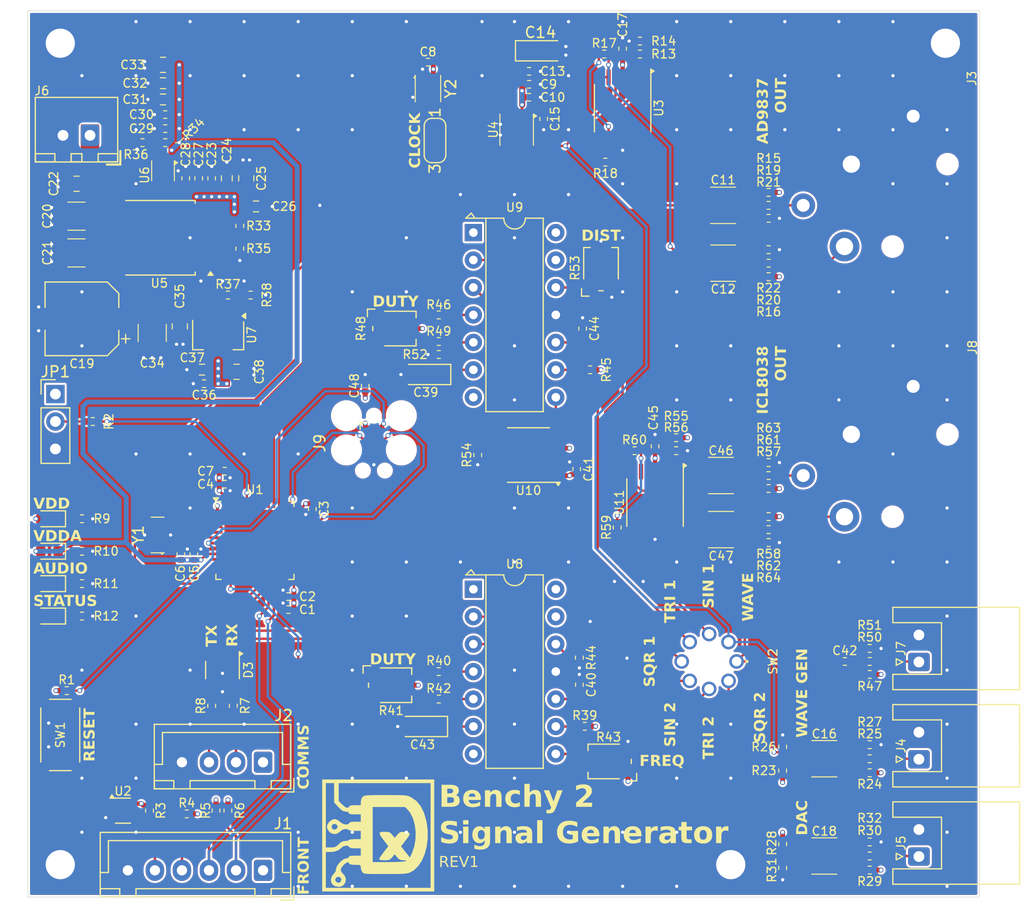
<source format=kicad_pcb>
(kicad_pcb (version 20240108) (generator "pcbnew") (generator_version "8.0")
  (title_block (title "Benchy Signal Generator") (rev "REV1") (company "Daxxn Industries"))
  (layers (0 "F.Cu" signal) (1 "In1.Cu" signal) (2 "In2.Cu" signal) (31 "B.Cu" signal) (34 "B.Paste" user) (35 "F.Paste" user) (36 "B.SilkS" user "B.Silkscreen") (37 "F.SilkS" user "F.Silkscreen") (38 "B.Mask" user) (39 "F.Mask" user) (44 "Edge.Cuts" user))
  (net 0 "")
  (net 1 "GND")
  (net 2 "VDDA")
  (net 3 "VDD")
  (net 4 "/SIGNAL GEN/SIG-OUT-")
  (net 5 "/SIGNAL GEN/SIG-OUT+")
  (net 6 "VCC")
  (net 7 "/USART-RX")
  (net 8 "/USART-TX")
  (net 9 "/AUDIO-STATUS-IND")
  (net 10 "/STATUS-IND")
  (net 11 "/FRONT-SDA")
  (net 12 "/FRONT-INT")
  (net 13 "/RESET-FRONT")
  (net 14 "/FRONT-SCL")
  (net 15 "/AUDIO-MCLK")
  (net 16 "/RESET")
  (net 17 "VCCA")
  (net 18 "/XLR-EN")
  (net 19 "/DAC-OUT")
  (net 20 "/SWCLK")
  (net 21 "/SPI-CS")
  (net 22 "/SPI-COPI")
  (net 23 "/FRONT-RESET")
  (net 24 "/SWDIO")
  (net 25 "/SPI-SCL")
  (net 26 "/SIGNAL GEN/XLR-HOT")
  (net 27 "/SIGNAL GEN/XLR-COLD")
  (net 28 "/SIGNAL GEN/WAVE-GEN-AUX")
  (net 29 "/SIGNAL GEN/MCU-DAC-OUT")
  (net 30 "/SIGNAL GEN/WAVE-GEN")
  (net 31 "/ICL8038/FIXED-SQR-OUT")
  (net 32 "/ICL8038/FIXED-SIN-OUT")
  (net 33 "/ICL8038/FIXED-TRI-OUT")
  (net 34 "/ICL8038/SIG-OUT-")
  (net 35 "/ICL8038/SIG-OUT+")
  (net 36 "/ICL8038/FIXED-FREQ-SET")
  (net 37 "/ICL8038/SQUARE-OUT")
  (net 38 "/ICL8038/SIN-OUT")
  (net 39 "/ICL8038/TRI-OUT")
  (net 40 "/SIGNAL GEN/SIG-VREF")
  (net 41 "/ICL8038/FREQ-SET")
  (net 42 "/AUDIO-FREQ-UD")
  (net 43 "/AUDIO-FREQ-CS")
  (net 44 "/ICL8038/SIG-VREF")
  (net 45 "/ICL8038/SEL-WAVE-OUT")
  (net 46 "Net-(C11-Pad2)")
  (net 47 "Net-(C12-Pad2)")
  (net 48 "Net-(U4-CAP)")
  (net 49 "Net-(U4-COMP)")
  (net 50 "Net-(C16-Pad2)")
  (net 51 "Net-(C18-Pad2)")
  (net 52 "Net-(U8-TIMING-CAP)")
  (net 53 "Net-(U9-TIMING-CAP)")
  (net 54 "Net-(D1-K)")
  (net 55 "Net-(D2-K)")
  (net 56 "Net-(D4-K)")
  (net 57 "Net-(D5-K)")
  (net 58 "Net-(J2-Pin_2)")
  (net 59 "Net-(J2-Pin_3)")
  (net 60 "Net-(JP1-C)")
  (net 61 "Net-(JP2-C)")
  (net 62 "Net-(JP2-A)")
  (net 63 "Net-(U1A-BOOT0)")
  (net 64 "Net-(U3A-IN1-)")
  (net 65 "Net-(U3C-IN3-)")
  (net 66 "Net-(U5-ADJ)")
  (net 67 "Net-(U6-FB)")
  (net 68 "Net-(U7-ADJ)")
  (net 69 "Net-(U8-DUTY-ADJ)")
  (net 70 "Net-(R40-Pad1)")
  (net 71 "Net-(R41-Pad3)")
  (net 72 "Net-(U8-FREQ-ADJ)")
  (net 73 "Net-(U8-SINE-WAVE-ADJ)")
  (net 74 "Net-(U9-DUTY-ADJ)")
  (net 75 "Net-(U9-FREQ-ADJ)")
  (net 76 "Net-(U9-SINE-WAVE-ADJ)")
  (net 77 "Net-(U10-B)")
  (net 78 "Net-(U11A-IN1-)")
  (net 79 "Net-(U11B-IN2-)")
  (net 87 "Net-(U1A-OSC-OUT)")
  (net 92 "Net-(U1A-OSC-IN)")
  (net 114 "/ICL8038/SEL-WAVE")
  (net 115 "Net-(C42-Pad2)")
  (net 116 "Net-(C46-Pad2)")
  (net 117 "Net-(C47-Pad2)")
  (net 119 "Net-(J8-Pad3)")
  (net 120 "Net-(J8-Pad2)")
  (net 121 "Net-(R46-Pad1)")
  (net 122 "Net-(R48-Pad3)")
  (footprint "Daxxn_Passives:Resonator_SMD_3Pin_3.0x1.1mm" (layer "F.Cu") (at 29 65.5 90)
    (property "Reference" "Y1")
    (property "Value" "CSTNE16M0V53L000R0")
  )
  (footprint "Daxxn_Packages:TSSOP-14_4.4x5mm_P0.65mm" (layer "F.Cu") (at 75 62.5 -90)
    (property "Reference" "U11")
    (property "Value" "LMV324DTBR2G")
  )
  (footprint "Daxxn_Packages:SOT-89-3" (layer "F.Cu") (at 34.6 47 -90)
    (property "Reference" "U7")
    (property "Value" "LM317LIPK")
  )
  (footprint "MountingHole:MountingHole_2.7mm_M2.5_DIN965_Pad" (layer "F.Cu") (at 20 20)
    (property "Reference" "H1" (hide yes))
    (property "Value" "M2.5")
  )
  (footprint "Daxxn_Standard_Resistors:RES_0402" (layer "F.Cu") (at 22 64)
    (property "Reference" "R9")
    (property "Value" "1K")
  )
  (footprint "Daxxn_Standard_Capacitors:CAP_0402" (layer "F.Cu") (at 63.35 23.8)
    (property "Reference" "C9")
    (property "Value" "100n")
  )
  (footprint "Daxxn_Standard_Capacitors:CAP_0402" (layer "F.Cu") (at 33.3 51.5 180)
    (property "Reference" "C36")
    (property "Value" "100n")
  )
  (footprint "Daxxn_Standard_Capacitors:CAP_1210" (layer "F.Cu") (at 21.5 39.4 180)
    (property "Reference" "C21")
    (property "Value" "10u")
  )
  (footprint "Daxxn_Packages:QFN-48-1EP_7x7mm_P0.5mm_EP5.6x5.6mm" (layer "F.Cu") (at 38 66)
    (property "Reference" "U1")
    (property "Value" "STM32F072CBU6")
  )
  (footprint "Daxxn_Standard_Resistors:RES_0402" (layer "F.Cu") (at 73.6 21 180)
    (property "Reference" "R13")
    (property "Value" "1K")
  )
  (footprint "Daxxn_Standard_Resistors:RES_0402" (layer "F.Cu") (at 58.6 58.1 90)
    (property "Reference" "R54")
    (property "Value" "20K")
  )
  (footprint "Daxxn_Standard_Resistors:RES_0402" (layer "F.Cu") (at 94.850001 76 180)
    (property "Reference" "R51")
    (property "Value" "1M")
  )
  (footprint "Daxxn_Standard_Resistors:RES_0402" (layer "F.Cu") (at 22 70)
    (property "Reference" "R11")
    (property "Value" "1K")
  )
  (footprint "Daxxn_Standard_Capacitors:CAP_0805" (layer "F.Cu") (at 31.05 46.1975 -90)
    (property "Reference" "C35")
    (property "Value" "1u")
  )
  (footprint "Daxxn_Connectors:IO-XLR3-M-EH" (layer "F.Cu") (at 105.850001 60 -90)
    (property "Reference" "J8")
    (property "Value" "IO-XLR3-M-EH")
  )
  (footprint "Daxxn_Standard_Resistors:RES_0402" (layer "F.Cu") (at 28.25 91 -90)
    (property "Reference" "R3")
    (property "Value" "10K")
  )
  (footprint "Daxxn_Standard_Tant_Caps:CAP_TAN_1206" (layer "F.Cu") (at 53.8 50.65 180)
    (property "Reference" "C39")
    (property "Value" "10u")
  )
  (footprint "Daxxn_Connectors_JST:S2B-XH-A" (layer "F.Cu") (at 99.400001 86.25 90)
    (property "Reference" "J4")
    (property "Value" "WAVE-GEN AUX CONN")
  )
  (footprint "Daxxn_Standard_Resistors:RES_0402" (layer "F.Cu") (at 70.4 31)
    (property "Reference" "R18")
    (property "Value" "1K")
  )
  (footprint "Daxxn_Standard_Capacitors:CAP_0402" (layer "F.Cu") (at 35.2 59.6 180)
    (property "Reference" "C7")
    (property "Value" "100n")
  )
  (footprint "Connector_JST:JST_XH_B6B-XH-A_1x06_P2.50mm_Vertical" (layer "F.Cu") (at 38.75 96.525 180)
    (property "Reference" "J1")
    (property "Value" "FRONT CONN")
  )
  (footprint "Daxxn_Packages:SOT-353_SC-70-5" (layer "F.Cu") (at 25.800001 91)
    (property "Reference" "U2")
    (property "Value" "74LVC1G08GW")
  )
  (footprint "Daxxn_Standard_Capacitors:CAP_0402" (layer "F.Cu") (at 43.3 63.1 -90)
    (property "Reference" "C3")
    (property "Value" "100n")
  )
  (footprint "Daxxn_Standard_Resistors:RES_0402" (layer "F.Cu") (at 86.8 96.3 90)
    (property "Reference" "R31")
    (property "Value" "1M")
  )
  (footprint "Daxxn_LEDs:LED_0603_1608Metric" (layer "F.Cu") (at 19 64 180)
    (property "Reference" "D1")
    (property "Value" "LED")
  )
  (footprint "Daxxn_Standard_Resistors:RES_0402" (layer "F.Cu") (at 86.8 87.3 -90)
    (property "Reference" "R23")
    (property "Value" "1M")
  )
  (footprint "Daxxn_Standard_Capacitors:CAP_0603" (layer "F.Cu") (at 33.1 50.2 180)
    (property "Reference" "C37")
    (property "Value" "1u")
  )
  (footprint "Daxxn_Connectors_JST:B2B-XH-A" (layer "F.Cu") (at 22.75 28.525 180)
    (property "Reference" "J6")
    (property "Value" "POWER CONN")
  )
  (footprint "Daxxn_Standard_Resistors:RES_0402" (layer "F.Cu") (at 85.500001 33.8)
    (property "Reference" "R15")
    (property "Value" "1M")
  )
  (footprint "Daxxn_Standard_Capacitors:CAP_0402" (layer "F.Cu") (at 32.35 67.3 90)
    (property "Reference" "C5")
    (property "Value" "100n")
  )
  (footprint "Daxxn_Standard_Resistors:RES_0402" (layer "F.Cu") (at 29.7 29.2 180)
    (property "Reference" "R34")
    (property "Value" "150K")
  )
  (footprint "Daxxn_Standard_Capacitors:CAP_0402" (layer "F.Cu") (at 63.35 25)
    (property "Reference" "C10")
    (property "Value" "1u")
  )
  (footprint "Daxxn_Standard_Resistors:RES_0402" (layer "F.Cu") (at 22 67)
    (property "Reference" "R10")
    (property "Value" "1K")
  )
  (footprint "Daxxn_Standard_Capacitors:CAP_0402" (layer "F.Cu") (at 48.2 51.7 90)
    (property "Reference" "C48")
    (property "Value" "100n")
  )
  (footprint "Daxxn_LEDs:LED_0603_1608Metric" (layer "F.Cu") (at 19 70 180)
    (property "Reference" "D4")
    (property "Value" "LED")
  )
  (footprint "Daxxn_Packages:TO-252-2" (layer "F.Cu") (at 29.16 37.9975 180)
    (property "Reference" "U5")
    (property "Value" "LM317MDT-TR")
  )
  (footprint "Daxxn_Standard_Resistors:RES_0402" (layer "F.Cu") (at 31.7 91.3 180)
    (property "Reference" "R4")
    (property "Value" "10K")
  )
  (footprint "Daxxn_Standard_Resistors:RES_0402" (layer "F.Cu") (at 94.850001 95.2)
    (property "Reference" "R30")
    (property "Value" "100")
  )
  (footprint "Daxxn_Standard_Capacitors:CAP_0402" (layer "F.Cu") (at 54 21.749999 180)
    (property "Reference" "C8")
    (property "Value" "100n")
  )
  (footprint "Daxxn_Standard_Resistors:RES_0402" (layer "F.Cu") (at 55 80.6775)
    (property "Reference" "R42")
    (property "Value" "4K7")
  )
  (footprint "Daxxn_Packages:DFN-10-1EP_3x3mm_P0.5mm_EP1.65x2.38mm" (layer "F.Cu") (at 62.2 28 -90)
    (property "Reference" "U4")
    (property "Value" "AD9837ACPZ-RL")
  )
  (footprint "Connector:Tag-Connect_TC2030-IDC-FP_2x03_P1.27mm_Vertical" (layer "F.Cu") (at 49 57 -90)
    (property "Reference" "J9")
    (property "Value" "SWD-TAG")
  )
  (footprint "Daxxn_Standard_Capacitors:CAP_0402" (layer "F.Cu") (at 34 32.5 90)
    (property "Reference" "C23")
    (property "Value" "100n")
  )
  (footprint "Daxxn_Standard_Capacitors:CAP_0603" (layer "F.Cu") (at 35.4 32.5 90)
    (property "Reference" "C24")
    (property "Value" "1u")
  )
  (footprint "Daxxn_Standard_Resistors:RES_0402" (layer "F.Cu") (at 86.8 94.1 90)
    (property "Reference" "R28")
    (property "Value" "1M")
  )
  (footprint "Daxxn_Standard_Capacitors:CAP_0805" (layer "F.Cu") (at 36.3 50.4)
    (property "Reference" "C38")
    (property "Value" "4u7")
  )
  (footprint "Daxxn_Standard_Capacitors:CAP_0603" (layer "F.Cu") (at 29.5 25.2 180)
    (property "Reference" "C31")
    (property "Value" "1u")
  )
  (footprint "Daxxn_Standard_Resistors:RES_0402" (layer "F.Cu") (at 20.6 79.9)
    (property "Reference" "R1")
    (property "Value" "10K")
  )
  (footprint "Daxxn_Standard_Capacitors:CAP_1812" (layer "F.Cu") (at 81.300001 35)
    (property "Reference" "C11")
    (property "Value" "C1812C474K5JACTU")
  )
  (footprint "Daxxn_Switches:Bourns_TC33X" (layer "F.Cu") (at 70.7 86.45 180)
    (property "Reference" "R43")
    (property "Value" "TC33X-1-103E")
  )
  (footprint "Daxxn_Standard_Capacitors:CAP_0805" (layer "F.Cu") (at 37.2 32.5 90)
    (property "Reference" "C25")
    (property "Value" "4u7")
  )
  (footprint "Daxxn_Standard_Tant_Caps:CAP_TAN_1206" (layer "F.Cu") (at 53.5 83.2175 180)
    (property "Reference" "C43")
    (property "Value" "10u")
  )
  (footprint "Daxxn_Standard_Capacitors:CAP_0402" (layer "F.Cu") (at 68.3 46.4 90)
    (property "Reference" "C44")
    (property "Value" "4n7")
  )
  (footprint "Daxxn_Standard_Resistors:RES_0402" (layer "F.Cu") (at 94.850001 78.4)
    (property "Reference" "R47")
    (property "Value" "1M")
  )
  (footprint "Daxxn_Standard_Resistors:RES_0402" (layer "F.Cu") (at 85.500001 36.2 180)
    (property "Reference" "R21")
    (property "Value" "1M")
  )
  (footprint "Daxxn_Switches:Bourns_TC33X" (layer "F.Cu") (at 50.6 79.4)
    (property "Reference" "R41")
    (property "Value" "TC33X-2-102E")
  )
  (footprint "Daxxn_Packages:SOT-23-3" (layer "F.Cu") (at 35.000001 78 -90)
    (property "Reference" "D3")
    (property "Value" "S2303")
  )
  (footprint "Daxxn_Standard_Resistors:RES_0402" (layer "F.Cu") (at 68 76.85 90)
    (property "Reference" "R44")
    (property "Value" "81K")
  )
  (footprint "Daxxn_Connectors:IO-XLR3-M-EH" (layer "F.Cu") (at 105.850001 35 -90)
    (property "Reference" "J3")
    (property "Value" "IO-XLR3-M-EH")
  )
  (footprint "Daxxn_Passives:Crystal_SMD_4Pin_2.5x2.0mm" (layer "F.Cu") (at 54 24.2 -90)
    (property "Reference" "Y2")
    (property "Value" "ECS-2520MV-160-CN-TR")
  )
  (footprint "MountingHole:MountingHole_2.7mm_M2.5_DIN965_Pad" (layer "F.Cu") (at 101.850001 20)
    (property "Reference" "H4" (hide yes))
    (property "Value" "M2.5")
  )
  (footprint "Daxxn_Standard_Capacitors:CAP_0402" (layer "F.Cu") (at 68 79.35 90)
    (property "Reference" "C40")
    (property "Value" "3n3")
  )
  (footprint "Daxxn_Standard_Capacitors:CAP_1812" (layer "F.Cu") (at 81.300001 40.35)
    (property "Reference" "C12")
    (property "Value" "C1812C474K5JACTU")
  )
  (footprint "Daxxn_Standard_Capacitors:CAP_1812" (layer "F.Cu") (at 81.100001 60)
    (property "Reference" "C46")
    (property "Value" "C1812C474K5JACTU")
  )
  (footprint "Daxxn_Standard_Resistors:RES_0402" (layer "F.Cu") (at 85.500001 40.35)
    (property "Reference" "R20")
    (property "Value" "100")
  )
  (footprint "Daxxn_Standard_Resistors:RES_0402" (layer "F.Cu") (at 85.500001 65)
    (property "Reference" "R62")
    (property "Value" "100")
  )
  (footprint "Daxxn_Standard_Capacitors:CAP_0402" (layer "F.Cu") (at 75 57.3 -90)
    (property "Reference" "C45")
    (property "Value" "100n")
  )
  (footprint "Daxxn_Switches:Bourns_TC33X" (layer "F.Cu") (at 70 40.8 90)
    (property "Reference" "R53")
    (property "Value" "TC33X-2-104E")
  )
  (footprint "MountingHole:MountingHole_2.7mm_M2.5_DIN965_Pad" (layer "F.Cu") (at 82 96)
    (property "Reference" "H3" (hide yes))
    (property "Value" "M2.5")
  )
  (footprint "Daxxn_Standard_Capacitors:CAP_0402" (layer "F.Cu") (at 29.7 27.9 180)
    (property "Reference" "C29")
    (property "Value" "100n")
  )
  (footprint "Daxxn_Standard_Resistors:RES_0402" (layer "F.Cu") (at 68.5 83.2)
    (property "Reference" "R39")
    (property "Value" "10K")
  )
  (footprint "Daxxn_Standard_Capacitors:CAP_0402" (layer "F.Cu") (at 67.75 59.4 90)
    (property "Reference" "C41")
    (property "Value" "100n")
  )
  (footprint "Daxxn_Standard_Resistors:RES_0402" (layer "F.Cu") (at 85.500001 39.1 180)
    (property "Reference" "R22")
    (property "Value" "1M")
  )
  (footprint "Daxxn_LEDs:LED_0603_1608Metric" (layer "F.Cu") (at 19 67 180)
    (property "Reference" "D2")
    (property "Value" "LED")
  )
  (footprint "Daxxn_Packages:DFN-6-1EP_2x2mm_P0.65mm_EP1x1.6mm" (layer "F.Cu") (at 29.5 31.8 -90)
    (property "Reference" "U6")
    (property "Value" "TLV759P")
  )
  (footprint "Daxxn_Standard_Capacitors:CAP_0402" (layer "F.Cu") (at 32.8 32.5 90)
    (property "Reference" "C27")
    (property "Value" "100n")
  )
  (footprint "Connector_JST:JST_XH_B4B-XH-A_1x04_P2.50mm_Vertical" (layer "F.Cu") (at 38.75 86.525 180)
    (property "Reference" "J2")
    (property "Value" "COMMS CONN")
  )
  (footprint "Daxxn_Standard_Capacitors:CAP_0402" (layer "F.Cu") (at 31.15 67.3 90)
    (property "Reference" "C6")
    (property "Value" "100n")
  )
  (footprint "Daxxn_Standard_Resistors:RES_0402" (layer "F.Cu") (at 73.6 19.8)
    (property "Reference" "R14")
    (property "Value" "1K")
  )
  (footprint "Daxxn_Standard_Resistors:RES_0402" (layer "F.Cu") (at 23 55)
    (property "Reference" "R2")
    (property "Value" "10K")
  )
  (footprint "Daxxn_Standard_Resistors:RES_0402" (layer "F.Cu") (at 37.6 43.3)
    (property "Reference" "R38")
    (property "Value" "1K3")
  )
  (footprint "Daxxn_Standard_Resistors:RES_0402" (layer "F.Cu") (at 34.000001 81.3 90)
    (property "Reference" "R8")
    (property "Value" "100")
  )
  (footprint "Daxxn_Switches:Bourns_TC33X" (layer "F.Cu") (at 51 46.4)
    (property "Reference" "R48")
    (property "Value" "TC33X-2-102E")
  )
  (footprint "Daxxn_Standard_Capacitors:CAP_0805" (layer "F.Cu") (at 29.5 22 180)
    (property "Reference" "C33")
    (property "Value" "10u")
  )
  (footprint "Daxxn_Standard_Capacitors:CAP_0402" (layer "F.Cu") (at 35.2 60.8)
    (property "Reference" "C4")
    (property "Value" "100n")
  )
  (footprint "Daxxn_Standard_Capacitors:CAP_0402" (layer "F.Cu") (at 63.35 22.6)
    (property "Reference" "C13")
    (property "Value" "100n")
  )
  (footprint "Daxxn_Standard_Resistors:RES_0402" (layer "F.Cu") (at 69 50.2175)
    (property "Reference" "R45")
    (property "Value" "15K")
  )
  (footprint "Daxxn_Standard_Capacitors:CAP_0603" (layer "F.Cu") (at 38.1 35.1)
    (property "Reference" "C26")
    (property "Value" "1u")
  )
  (footprint "Daxxn_Standard_Elecro_Caps:CAP_EL_6.3x5.4" (layer "F.Cu") (at 22 45.5 180)
    (property "Reference" "C19")
    (property "Value" "47u")
  )
  (footprint "Daxxn_Standard_Resistors:RES_0402" (layer "F.Cu") (at 55 78.1375)
    (property "Reference" "R40")
    (property "Value" "4K7")
  )
  (footprint "Daxxn_Standard_Resistors:RES_0402" (layer "F.Cu") (at 35.500001 91 -90)
    (property "Reference" "R6")
    (property "Value" "4K7")
  )
  (footprint "Daxxn_Standard_Resistors:RES_0402" (layer "F.Cu") (at 76.95 56.5)
    (property "Reference" "R55")
    (property "Value" "1K")
  )
  (footprint "Daxxn_Standard_Resistors:RES_0402" (layer "F.Cu") (at 85.500001 35)
    (property "Reference" "R19")
    (property "Value" "100")
  )
  (footprint "Daxxn_Standard_Resistors:RES_0402" (layer "F.Cu") (at 94.850002 87.500001)
    (property "Reference" "R24")
    (property "Value" "1M")
  )
  (footprint "Daxxn_Standard_Resistors:RES_0402" (layer "F.Cu") (at 36.000001 81.3 -90)
    (property "Reference" "R7")
    (property "Value" "100")
  )
  (footprint "Daxxn_Standard_Resistors:RES_0402" (layer "F.Cu") (at 71.5 64.8 -90)
    (property "Reference" "R59")
    (property "Value" "1K")
  )
  (footprint "Daxxn_Standard_Capacitors:CAP_0402" (layer "F.Cu") (at 72 20.5 -90)
    (property "Reference" "C17")
    (property "Value" "100n")
  )
  (footprint "Daxxn_Connectors_JST:S2B-XH-A" (layer "F.Cu") (at 99.400001 77.25 90)
    (property "Reference" "J7")
    (property "Value" "SELECTED WAVE CONN")
  )
  (footprint "Daxxn_Standard_Capacitors:CAP_0402" (layer "F.Cu") (at 29.7 26.6 180)
    (property "Reference" "C30")
    (property "Value" "100n")
  )
  (footprint "Daxxn_Standard_Resistors:RES_0402" (layer "F.Cu") (at 85.500001 41.6)
    (property "Reference" "R16")
    (property "Value" "1M")
  )
  (footprint "Daxxn_Standard_Resistors:RES_0402" (layer "F.Cu") (at 85.500001 61.2)
    (property "Reference" "R57")
    (property "Value" "1M")
  )
  (footprint "Capacitor_Tantalum_SMD:CP_EIA-3216-10_Kemet-I" (layer "F.Cu") (at 64.4 20.7)
    (property "Reference" "C14")
    (property "Value" "10u")
  )
  (footprint "Daxxn_Standard_Resistors:RES_0402" (layer "F.Cu") (at 86.8 85.1 -90)
    (property "Reference" "R26")
    (property "Value" "1M")
  )
  (footprint "Daxxn_Standard_Resistors:RES_0402" (layer "F.Cu") (at 36.6 36.9 -90)
    (property "Reference" "R33")
    (property "Value" "3K6")
  )
  (footprint "Daxxn_Standard_Capacitors:CAP_0402" (layer "F.Cu") (at 41.1 72.4 180)
    (property "Reference" "C1")
    (property "Value" "2u2")
  )
  (footprint "MountingHole:MountingHole_2.7mm_M2.5_DIN965_Pad" (layer "F.Cu") (at 20 96)
    (property "Reference" "H2" (hide yes))
    (property "Value" "M2.5")
  )
  (footprint "Daxxn_LEDs:LED_0603_1608Metric" (layer "F.Cu") (at 19 73 180)
    (property "Reference" "D5")
    (property "Value" "LED")
  )
  (footprint "Daxxn_Standard_Capacitors:CAP_1210" (layer "F.Cu") (at 21.5 36 180)
    (property "Reference" "C20")
    (property "Value" "10u")
  )
  (footprint "Jumper:SolderJumper-3_P1.3mm_Open_RoundedPad1.0x1.5mm_NumberLabels" (layer "F.Cu") (at 54.649999 29 -90)
    (property "Reference" "JP2")
    (property "Value" "CLOCK JUMPER")
  )
  (footprint "Daxxn_Standard_Resistors:RES_0402" (layer "F.Cu") (at 76.95 57.7 180)
    (property "Reference" "R56")
    (property "Value" "1K")
  )
  (footprint "Daxxn_Standard_Capacitors:CAP_1812" (layer "F.Cu") (at 90.650002 86.200001)
    (property "Reference" "C16")
    (property "Value" "C1812C474K5JACTU")
  )
  (footprint "Daxxn_Standard_Resistors:RES_0402" (layer "F.Cu") (at 55 45.1375)
    (property "Reference" "R46")
    (property "Value" "4K7")
  )
  (footprint "Daxxn_Standard_Resistors:RES_0402" (layer "F.Cu") (at 85.500001 63.8)
    (property "Reference" "R58")
    (property "Value" "1M")
  )
  (footprint "Daxxn_Standard_Capacitors:CAP_0402" (layer "F.Cu") (at 92.550001 77.2)
    (property "Reference" "C42")
    (property "Value" "100n")
  )
  (footprint "Daxxn_Standard_Resistors:RES_0402" (layer "F.Cu") (at 85.500001 66.2 180)
    (property "Reference" "R64")
    (property "Value" "1M")
  )
  (footprint "Daxxn_Standard_Capacitors:CAP_1812" (layer "F.Cu") (at 81.100001 65)
    (property "Reference" "C47")
    (property "Value" "C1812C474K5JACTU")
  )
  (footprint "Daxxn_Standard_Resistors:RES_0402" (layer "F.Cu") (at 85.500001 60)
    (property "Reference" "R61")
    (property "Value" "100")
  )
  (footprint "Daxxn_Standard_Resistors:RES_0402" (layer "F.Cu") (at 35.5 43.3)
    (property "Reference" "R37")
    (property "Value" "9K1")
  )
  (footprint "Daxxn_Standard_Resistors:RES_0402" (layer "F.Cu") (at 36.6 39 -90)
    (property "Reference" "R35")
    (property "Value" "2K2")
  )
  (footprint "Daxxn_Standard_Resistors:RES_0402" (layer "F.Cu") (at 70.3 21)
    (property "Reference" "R17")
    (property "Value" "1K")
  )
  (footprint "Daxxn_Switches:RM104772BCB" (layer "F.Cu") (at 80 77.2 -90)
    (property "Reference" "SW2")
    (property "Value" "RM107772BCB")
  )
  (footprint "Daxxn_Connectors_JST:S2B-XH-A" (layer "F.Cu") (at 99.400001 95.25 90)
    (property "Reference" "J5")
    (property "Value" "MCU DAC OUT CONN")
  )
  (footprint "Daxxn_Standard_Capacitors:CAP_1812" (layer "F.Cu") (at 90.650001 95.2)
    (property "Reference" "C18")
    (property "Value" "C1812C474K5JACTU")
  )
  (footprint "Daxxn_Standard_Capacitors:CAP_0402" (layer "F.Cu") (at 31.6 32.5 90)
    (property "Reference" "C28")
    (property "Value" "100n")
  )
  (footprint "Daxxn_Standard_Resistors:RES_0402" (layer "F.Cu") (at 85.500001 58.8 180)
    (property "Reference" "R63")
    (property "Value" "1M")
  )
  (footprint "Daxxn_Standard_Resistors:RES_0402" (layer "F.Cu") (at 55 47.6)
    (property "Reference" "R49")
    (property "Value" "4K7")
  )
  (footprint "Daxxn_Standard_Resistors:RES_0402" (layer "F.Cu") (at 94.850001 77.2 180)
    (property "Reference" "R50")
    (property "Value" "100")
  )
  (footprint "Daxxn_Packages:DIP-14_W7.62mm" (layer "F.Cu") (at 58.2 37.5175)
    (property "Reference" "U9")
    (property "Value" "ICL8038")
  )
  (footprint "Daxxn_Packages:SOIC-8_3.9x4.9mm_P1.27mm" (layer "F.Cu") (at 63.3 58.1 180)
    (property "Reference" "U10")
    (property "Value" "MCP4011T")
  )
  (footprint "Daxxn_Standard_Resistors:RES_0402" (layer "F.Cu") (at 94.850002 84.900001 180)
    (property "Reference" "R27")
    (property "Value" "1M")
  )
  (footprint "Daxxn_Standard_Capacitors:CAP_1210" (layer "F.Cu") (at 28.5 46.8 -90)
    (property "Reference" "C34")
    (property "Value" "10u")
  )
  (footprint "Daxxn_Standard_Resistors:RES_0402" (layer "F.Cu") (at 73.100001 57.7)
    (property "Reference" "R60")
    (property "Value" "1K")
  )
  (footprint "Daxxn_Standard_Resistors:RES_0402" (layer "F.Cu") (at 27.6 29.199999 180)
    (property "Reference" "R36")
    (property "Value" "30K")
  )
  (footprint "Daxxn_Switches:TL3365AF180QG" (layer "F.Cu") (at 20 84 90)
    (property "Reference" "SW1")
    (property "Value" "TL3365AF180QG")
  )
  (footprint "Daxxn_Packages:TSSOP-14_4.4x5mm_P0.65mm" (layer "F.Cu") (at 72 26 -90)
    (property "Reference" "U3")
    (property "Value" "LMV324DTBR2G")
  )
  (footprint "Daxxn_Standard_Resistors:RES_0402" (layer "F.Cu") (at 34.400001 91 -90)
    (property "Reference" "R5")
    (property "Value" "4K7")
  )
  (footprint "Daxxn_Standard_Capacitors:CAP_0402" (layer "F.Cu") (at 64.7 27 -90)
    (property "Reference" "C15")
    (property "Value" "10n")
  )
  (footprint "Daxxn_Standard_Resistors:RES_0402" (layer "F.Cu") (at 94.850001 93.9 180)
    (property "Reference" "R32")
    (property "Value" "1M")
  )
  (footprint "Daxxn_Logos_Art:Daxxn_Logo_N" (layer "F.Cu") (at 49.4 93.3)
    (property "Reference" "G***" (hide yes))
    (property "Value" "LOGO" (hide yes))
  )
  (footprint "Daxxn_Standard_Capacitors:CAP_0805" (layer "F.Cu") (at 21.5 33 180)
    (property "Reference" "C22")
    (property "Value" "1u")
  )
  (footprint "Daxxn_Standard_Capacitors:CAP_0402" (layer "F.Cu") (at 41.1 71.2 180)
    (property "Reference" "C2")
    (property "Value" "100n")
  )
  (footprint "Daxxn_Standard_Resistors:RES_0402" (layer "F.Cu") (at 22 73)
    (property "Reference" "R12")
    (property "Value" "1K")
  )
  (footprint "Daxxn_Standard_Resistors:RES_0402" (layer "F.Cu") (at 94.850001 96.5)
    (property "Reference" "R29")
    (property "Value" "1M")
  )
  (footprint "Daxxn_Packages:DIP-14_W7.62mm" (layer "F.Cu") (at 58.2 70.5175)
    (property "Reference" "U8")
    (property "Value" "ICL8038")
  )
  (footprint "Connector_PinHeader_2.54mm:PinHeader_1x03_P2.54mm_Vertical" (layer "F.Cu") (at 19.55 52.46)
    (property "Reference" "JP1")
    (property "Value" "BOOT Jumper")
  )
  (footprint "Daxxn_Standard_Capacitors:CAP_0603" (layer "F.Cu") (at 29.5 23.7 180)
    (property "Reference" "C32")
    (property "Value" "1u")
  )
  (footprint "Daxxn_Standard_Resistors:RES_0402" (layer "F.Cu") (at 94.850001 86.2)
    (property "Reference" "R25")
    (property "Value" "100")
  )
  (footprint "Daxxn_Standard_Resistors:RES_0402" (layer "F.Cu") (at 55 48.8)
    (property "Reference" "R52")
    (property "Value" "10M")
  )
  (gr_line (start 30.95 29.2) (end 30.65 29.2) (stroke (width 0.1)) (layer "F.SilkS"))
  (gr_line (start 31.4 28.75) (end 30.95 29.2) (stroke (width 0.1)) (layer "F.SilkS"))
  (gr_rect (start 17 17) (end 105 99) (stroke (width 0.05)) (fill none) (layer "Edge.Cuts"))
  (gr_text "DUTY" (at 51 43.95 0) (layer "F.SilkS") (effects (font (size 1 1) (thickness 0.2) (bold yes))))
  (gr_text "WAVE" (at 83.65 73.5 90) (layer "F.SilkS") (effects (font (size 1 1) (thickness 0.2) (bold yes)) (justify left)))
  (gr_text "SIN 1" (at 80 72.3 90) (layer "F.SilkS") (effects (font (size 1 1) (thickness 0.2) (bold yes)) (justify left)))
  (gr_text "REV1" (at 55 95.8 0) (layer "F.SilkS") (effects (font (size 1 1) (thickness 0.125)) (justify left)))
  (gr_text "COMMS" (at 42.55 89.05 90) (layer "F.SilkS") (effects (font (size 1 1) (thickness 0.2) (bold yes)) (justify left)))
  (gr_text "TRI 1" (at 76.45 73.65 90) (layer "F.SilkS") (effects (font (size 1 1) (thickness 0.2) (bold yes)) (justify left)))
  (gr_text "FRONT" (at 42.55 98.8 90) (layer "F.SilkS") (effects (font (size 1 1) (thickness 0.2) (bold yes)) (justify left)))
  (gr_text "WAVE GEN" (at 88.65 84.25 90) (layer "F.SilkS") (effects (font (size 1 1) (thickness 0.2) (bold yes)) (justify left)))
  (gr_text "AD9837\nOUT" (at 85.85 23.2 90) (layer "F.SilkS") (effects (font (size 1 1) (thickness 0.2) (bold yes)) (justify right)))
  (gr_text "RESET" (at 22.75 84 90) (layer "F.SilkS") (effects (font (size 1 1) (thickness 0.25) (bold yes))))
  (gr_text "STATUS" (at 17.5 71.65 0) (layer "F.SilkS") (effects (font (size 1 1) (thickness 0.25) (bold yes)) (justify left)))
  (gr_text "DAC" (at 88.65 93.3 90) (layer "F.SilkS") (effects (font (size 1 1) (thickness 0.2) (bold yes)) (justify left)))
  (gr_text "AUDIO" (at 17.5 68.65 0) (layer "F.SilkS") (effects (font (size 1 1) (thickness 0.25) (bold yes)) (justify left)))
  (gr_text "ICL8038\nOUT" (at 85.85 48 90) (layer "F.SilkS") (effects (font (size 1 1) (thickness 0.2) (bold yes)) (justify right)))
  (gr_text "CLOCK" (at 52.85 29 90) (layer "F.SilkS") (effects (font (size 1 1) (thickness 0.2) (bold yes))))
  (gr_text "TX" (at 34.05 75.85 90) (layer "F.SilkS") (effects (font (size 1 1) (thickness 0.2) (bold yes)) (justify left)))
  (gr_text "DUTY" (at 50.75 77.05 0) (layer "F.SilkS") (effects (font (size 1 1) (thickness 0.2) (bold yes))))
  (gr_text "SQR 1" (at 74.55 77.2 90) (layer "F.SilkS") (effects (font (size 1 1) (thickness 0.2) (bold yes))))
  (gr_text "DIST" (at 70 37.85 0) (layer "F.SilkS") (effects (font (size 1 1) (thickness 0.2) (bold yes))))
  (gr_text "VDD" (at 17.5 62.65 0) (layer "F.SilkS") (effects (font (size 1 1) (thickness 0.25) (bold yes)) (justify left)))
  (gr_text "SIN 2" (at 76.45 80.95 90) (layer "F.SilkS") (effects (font (size 1 1) (thickness 0.2) (bold yes)) (justify right)))
  (gr_text "SQR 2" (at 84.75 80 90) (layer "F.SilkS") (effects (font (size 1 1) (thickness 0.2) (bold yes)) (justify right)))
  (gr_text "VDDA" (at 17.5 65.65 0) (layer "F.SilkS") (effects (font (size 1 1) (thickness 0.25) (bold yes)) (justify left)))
  (gr_text "RX" (at 35.95 75.85 90) (layer "F.SilkS") (effects (font (size 1 1) (thickness 0.2) (bold yes)) (justify left)))
  (gr_text "FREQ" (at 73.55 86.45 0) (layer "F.SilkS") (effects (font (size 1 1) (thickness 0.2) (bold yes)) (justify left)))
  (gr_text "TRI 2" (at 80 82.25 90) (layer "F.SilkS") (effects (font (size 1 1) (thickness 0.2) (bold yes)) (justify right)))
  (gr_text "Benchy 2\nSignal Generator" (at 55 91.5 0) (layer "F.SilkS") (effects (font (size 2 2) (thickness 0.2) (bold yes)) (justify left)))
  (segment (start 52.15 83.2175) (end 51.2 83.2175) (width 0.45) (layer "F.Cu") (net 1))
  (segment (start 35.000001 79.1375) (end 35.000001 78.300001) (width 0.45) (layer "F.Cu") (net 1))
  (segment (start 95.899999 84.900001) (end 95.9 84.9) (width 0.45) (layer "F.Cu") (net 1))
  (segment (start 18.925 81.75) (end 18.925 82.9) (width 0.45) (layer "F.Cu") (net 1))
  (segment (start 75 56.8) (end 75 56.2) (width 0.45) (layer "F.Cu") (net 1))
  (segment (start 40.600001 70.600001) (end 40.6 70.6) (width 0.45) (layer "F.Cu") (net 1))
  (segment (start 27.100001 29.799999) (end 27.1 29.8) (width 0.45) (layer "F.Cu") (net 1))
  (segment (start 40.600001 71.2) (end 40.600001 70.600001) (width 0.45) (layer "F.Cu") (net 1))
  (segment (start 86 39.1) (end 86.5 39.1) (width 0.45) (layer "F.Cu") (net 1))
  (segment (start 35.000001 79.1375) (end 35.000001 79.999999) (width 0.45) (layer "F.Cu") (net 1))
  (segment (start 72 28.8625) (end 72 29.9) (width 0.4) (layer "F.Cu") (net 1))
  (segment (start 35.7 60.8) (end 35.7 61.4) (width 0.45) (layer "F.Cu") (net 1))
  (segment (start 49.635 58.27) (end 49.635 58.365) (width 0.22) (layer "F.Cu") (net 1))
  (segment (start 64.7 27.499999) (end 64.7 28) (width 0.45) (layer "F.Cu") (net 1))
  (segment (start 31.749999 66.800001) (end 31.75 66.8) (width 0.45) (layer "F.Cu") (net 1))
  (segment (start 34 32.000001) (end 34 31.4) (width 0.45) (layer "F.Cu") (net 1))
  (segment (start 35.000001 78.300001) (end 35 78.3) (width 0.45) (layer "F.Cu") (net 1))
  (segment (start 95.35 76) (end 95.9 76) (width 0.45) (layer "F.Cu") (net 1))
  (segment (start 35.4 31.700001) (end 35.4 31) (width 0.45) (layer "F.Cu") (net 1))
  (segment (start 27.100001 29.199999) (end 27.100001 29.799999) (width 0.45) (layer "F.Cu") (net 1))
  (segment (start 42.700001 63.599999) (end 42.7 63.6) (width 0.45) (layer "F.Cu") (net 1))
  (segment (start 22.5 67) (end 23 67) (width 0.45) (layer "F.Cu") (net 1))
  (segment (start 29 65.5) (end 30.2 65.5) (width 0.4) (layer "F.Cu") (net 1))
  (segment (start 52.600001 24.999999) (end 52.6 25) (width 0.45) (layer "F.Cu") (net 1))
  (segment (start 70 39.35) (end 70 38.3) (width 0.45) (layer "F.Cu") (net 1))
  (segment (start 22.5 73) (end 23 73) (width 0.45) (layer "F.Cu") (net 1))
  (segment (start 86 36.2) (end 86.5 36.2) (width 0.45) (layer "F.Cu") (net 1))
  (segment (start 42.25 63.75) (end 42.4 63.6) (width 0.25) (layer "F.Cu") (net 1))
  (segment (start 43.3 63.599999) (end 42.700001 63.599999) (width 0.45) (layer "F.Cu") (net 1))
  (segment (start 42.4 63.6) (end 42.7 63.6) (width 0.25) (layer "F.Cu") (net 1))
  (segment (start 38.1 43.3) (end 39 43.3) (width 0.45) (layer "F.Cu") (net 1))
  (segment (start 36.6 39.499999) (end 36.6 40.1) (width 0.45) (layer "F.Cu") (net 1))
  (segment (start 68 78.850001) (end 68 78.4) (width 0.45) (layer "F.Cu") (net 1))
  (segment (start 35.699999 59.6) (end 35.699999 60.199999) (width 0.45) (layer "F.Cu") (net 1))
  (segment (start 35.7 61.8) (end 35.7 61.4) (width 0.25) (layer "F.Cu") (net 1))
  (segment (start 31.15 66.800001) (end 31.749999 66.800001) (width 0.45) (layer "F.Cu") (net 1))
  (segment (start 29 65.5) (end 27.8 65.5) (width 0.4) (layer "F.Cu") (net 1))
  (segment (start 31.750001 66.800001) (end 31.75 66.8) (width 0.45) (layer "F.Cu") (net 1))
  (segment (start 32.8 32.000001) (end 32.8 31.4) (width 0.45) (layer "F.Cu") (net 1))
  (segment (start 54.5 48.8) (end 54 48.8) (width 0.45) (layer "F.Cu") (net 1))
  (segment (start 58.6 58.599999) (end 58.6 59) (width 0.45) (layer "F.Cu") (net 1))
  (segment (start 24.850001 91.65) (end 24.2 91.65) (width 0.4) (layer "F.Cu") (net 1))
  (segment (start 40.25 70.25) (end 40.6 70.6) (width 0.22) (layer "F.Cu") (net 1))
  (segment (start 35.000001 79.999999) (end 35 80) (width 0.45) (layer "F.Cu") (net 1))
  (segment (start 40.25 69.475) (end 40.25 70.25) (width 0.22) (layer "F.Cu") (net 1))
  (segment (start 52.45 50.65) (end 51.5 50.65) (width 0.45) (layer "F.Cu") (net 1))
  (segment (start 62.7 28.5) (end 62.2 28) (width 0.22) (layer "F.Cu") (net 1))
  (segment (start 95.350001 84.900001) (end 95.899999 84.900001) (width 0.45) (layer "F.Cu") (net 1))
  (segment (start 22.5 70) (end 23 70) (width 0.45) (layer "F.Cu") (net 1))
  (segment (start 53.4 24.999999) (end 52.600001 24.999999) (width 0.45) (layer "F.Cu") (net 1))
  (segment (start 67.75 58.900001) (end 67.265001 58.900001) (width 0.45) (layer "F.Cu") (net 1))
  (segment (start 32.35 66.800001) (end 32.999999 66.800001) (width 0.45) (layer "F.Cu") (net 1))
  (segment (start 18.925 86.25) (end 18.925 85.1) (width 0.45) (layer "F.Cu") (net 1))
  (segment (start 62.7 29.5) (end 62.7 28.5) (width 0.22) (layer "F.Cu") (net 1))
  (segment (start 68 77.349999) (end 68 77.8) (width 0.45) (layer "F.Cu") (net 1))
  (segment (start 86 58.8) (end 86.5 58.8) (width 0.45) (layer "F.Cu") (net 1))
  (segment (start 77.449999 57.7) (end 78 57.7) (width 0.45) (layer "F.Cu") (net 1))
  (segment (start 22.5 64) (end 23 64) (width 0.45) (layer "F.Cu") (net 1))
  (segment (start 61.7 27.5) (end 62.2 28) (width 0.22) (layer "F.Cu") (net 1))
  (segment (start 33.825 66.8) (end 33.875 66.75) (width 0.22) (layer "F.Cu") (net 1))
  (segment (start 86 66.2) (end 86.5 66.2) (width 0.45) (layer "F.Cu") (net 1))
  (segment (start 41.475 63.75) (end 42.25 63.75) (width 0.25) (layer "F.Cu") (net 1))
  (segment (start 40.600001 71.8) (end 40.600001 72.4) (width 0.45) (layer "F.Cu") (net 1))
  (segment (start 65.775 58.735) (end 67.1 58.735) (width 0.45) (layer "F.Cu") (net 1))
  (segment (start 61.7 26.5) (end 61.7 27.5) (width 0.22) (layer "F.Cu") (net 1))
  (segment (start 32.999999 66.800001) (end 33 66.8) (width 0.45) (layer "F.Cu") (net 1))
  (segment (start 35.7 60.2) (end 35.7 60.8) (width 0.45) (layer "F.Cu") (net 1))
  (segment (start 86.8 96.799999) (end 86.8 97.4) (width 0.45) (layer "F.Cu") (net 1))
  (segment (start 35.75 61.85) (end 35.7 61.8) (width 0.25) (layer "F.Cu") (net 1))
  (segment (start 71 42.6) (end 71 43.5) (width 0.45) (layer "F.Cu") (net 1))
  (segment (start 72.5 85.45) (end 72.5 84.6) (width 0.45) (layer "F.Cu") (net 1))
  (segment (start 35.75 62.525) (end 35.75 61.85) (width 0.25) (layer "F.Cu") (net 1))
  (segment (start 53.500001 21.749999) (end 53.500001 22.399999) (width 0.45) (layer "F.Cu") (net 1))
  (segment (start 53.500001 22.399999) (end 53.5 22.4) (width 0.45) (layer "F.Cu") (net 1))
  (segment (start 95.35 93.9) (end 95.9 93.9) (width 0.45) (layer "F.Cu") (net 1))
  (segment (start 31.6 32.000001) (end 31.6 31.4) (width 0.45) (layer "F.Cu") (net 1))
  (segment (start 67.265001 58.900001) (end 67.1 58.735) (width 0.45) (layer "F.Cu") (net 1))
  (segment (start 35.699999 60.199999) (end 35.7 60.2) (width 0.45) (layer "F.Cu") (net 1))
  (segment (start 40.600001 71.2) (end 40.600001 71.8) (width 0.45) (layer "F.Cu") (net 1))
  (segment (start 33 66.8) (end 33.825 66.8) (width 0.22) (layer "F.Cu") (net 1))
  (segment (start 33.875 66.75) (end 34.525 66.75) (width 0.22) (layer "F.Cu") (net 1))
  (segment (start 68.3 45.900001) (end 68.3 45.4) (width 0.45) (layer "F.Cu") (net 1))
  (segment (start 49.635 58.365) (end 49 59) (width 0.45) (layer "F.Cu") (net 1))
  (segment (start 32.35 66.800001) (end 31.750001 66.800001) (width 0.45) (layer "F.Cu") (net 1))
  (segment (start 38.9 35.1) (end 39.6 35.1) (width 0.45) (layer "F.Cu") (net 1))
  (segment (start 86.8 84.600001) (end 86.8 84) (width 0.45) (layer "F.Cu") (net 1))
  (via (at 32 83) (size 0.45) (drill 0.3) (layers "F.Cu" "B.Cu") (net 1))
  (via (at 92 18) (size 0.45) (drill 0.3) (layers "F.Cu" "B.Cu") (net 1))
  (via (at 23 67) (size 0.45) (drill 0.3) (layers "F.Cu" "B.Cu") (net 1))
  (via (at 95.9 93.9) (size 0.45) (drill 0.3) (layers "F.Cu" "B.Cu") (net 1))
  (via (at 32 78) (size 0.45) (drill 0.3) (layers "F.Cu" "B.Cu") (net 1))
  (via (at 95.9 84.9) (size 0.45) (drill 0.3) (layers "F.Cu" "B.Cu") (net 1))
  (via (at 18 46.6) (size 0.45) (drill 0.3) (layers "F.Cu" "B.Cu") (net 1))
  (via (at 67 34) (size 0.45) (drill 0.3) (layers "F.Cu" "B.Cu") (net 1))
  (via (at 37 18) (size 0.45) (drill 0.3) (layers "F.Cu" "B.Cu") (net 1))
  (via (at 18 44.4) (size 0.45) (drill 0.3) (layers "F.Cu" "B.Cu") (net 1))
  (via (at 27 83) (size 0.45) (drill 0.3) (layers "F.Cu" "B.Cu") (net 1))
  (via (at 102 38) (size 0.45) (drill 0.3) (layers "F.Cu" "B.Cu") (net 1))
  (via (at 27.8 22.3) (size 0.45) (drill 0.3) (layers "F.Cu" "B.Cu") (net 1))
  (via (at 32 38) (size 0.45) (drill 0.3) (layers "F.Cu" "B.Cu") (net 1))
  (via (at 64.4 23.8) (size 0.45) (drill 0.3) (layers "F.Cu" "B.Cu") (net 1))
  (via (at 92 48) (size 0.45) (drill 0.3) (layers "F.Cu" "B.Cu") (net 1))
  (via (at 102 88) (size 0.45) (drill 0.3) (layers "F.Cu" "B.Cu") (net 1))
  (via (at 30.9 31.8) (size 0.45) (drill 0.3) (layers "F.Cu" "B.Cu") (net 1))
  (via (at 78 57.7) (size 0.45) (drill 0.3) (layers "F.Cu" "B.Cu") (net 1))
  (via (at 62 78) (size 0.45) (drill 0.3) (layers "F.Cu" "B.Cu") (net 1))
  (via (at 42 18) (size 0.45) (drill 0.3) (layers "F.Cu" "B.Cu") (net 1))
  (via (at 32.3 51.5) (size 0.45) (drill 0.3) (layers "F.Cu" "B.Cu") (net 1))
  (via (at 27 88) (size 0.45) (drill 0.3) (layers "F.Cu" "B.Cu") (net 1))
  (via (at 31.6 31.4) (size 0.45) (drill 0.3) (layers "F.Cu" "B.Cu") (net 1))
  (via (at 102 28) (size 0.45) (drill 0.3) (layers "F.Cu" "B.Cu") (net 1))
  (via (at 102 93) (size 0.45) (drill 0.3) (layers "F.Cu" "B.Cu") (net 1))
  (via (at 47 28) (size 0.45) (drill 0.3) (layers "F.Cu" "B.Cu") (net 1))
  (via (at 28.7 26.6) (size 0.45) (drill 0.3) (layers "F.Cu" "B.Cu") (net 1))
  (via (at 40.600001 71.8) (size 0.45) (drill 0.3) (layers "F.Cu" "B.Cu") (net 1))
  (via (at 37 23) (size 0.45) (drill 0.3) (layers "F.Cu" "B.Cu") (net 1))
  (via (at 64.4 25) (size 0.45) (drill 0.3) (layers "F.Cu" "B.Cu") (net 1))
  (via (at 47 23) (size 0.45) (drill 0.3) (layers "F.Cu" "B.Cu") (net 1))
  (via (at 58.6 59) (size 0.45) (drill 0.3) (layers "F.Cu" "B.Cu") (net 1))
  (via (at 67 23) (size 0.45) (drill 0.3) (layers "F.Cu" "B.Cu") (net 1))
  (via (at 77 88) (size 0.45) (drill 0.3) (layers "F.Cu" "B.Cu") (net 1))
  (via (at 72 33) (size 0.45) (drill 0.3) (layers "F.Cu" "B.Cu") (net 1))
  (via (at 86.5 66.2) (size 0.45) (drill 0.3) (layers "F.Cu" "B.Cu") (net 1))
  (via (at 77 98) (size 0.45) (drill 0.3) (layers "F.Cu" "B.Cu") (net 1))
  (via (at 22 48) (size 0.45) (drill 0.3) (layers "F.Cu" "B.Cu") (net 1))
  (via (at 22 93) (size 0.45) (drill 0.3) (layers "F.Cu" "B.Cu") (net 1))
  (via (at 97 33) (size 0.45) (drill 0.3) (layers "F.Cu" "B.Cu") (net 1))
  (via (at 72 98) (size 0.45) (drill 0.3) (layers "F.Cu" "B.Cu") (net 1))
  (via (at 47 78) (size 0.45) (drill 0.3) (layers "F.Cu" "B.Cu") (net 1))
  (via (at 37 58) (size 0.45) (drill 0.3) (layers "F.Cu" "B.Cu") (net 1))
  (via (at 97 58) (size 0.45) (drill 0.3) (layers "F.Cu" "B.Cu") (net 1))
  (via (at 72.4 76.9) (size 0.45) (drill 0.3) (layers "F.Cu" "B.Cu") (net 1))
  (via (at 102 73) (size 0.45) (drill 0.3) (layers "F.Cu" "B.Cu") (net 1))
  (via (at 36.9 30.8) (size 0.45) (drill 0.3) (layers "F.Cu" "B.Cu") (net 1))
  (via (at 62 18) (size 0.45) (drill 0.3) (layers "F.Cu" "B.Cu") (net 1))
  (via (at 59 18) (size 0.45) (drill 0.3) (layers "F.Cu" "B.Cu") (net 1))
  (via (at 68 78.4) (size 0.45) (drill 0.3) (layers "F.Cu" "B.Cu") (net 1))
  (via (at 62 53) (size 0.45) (drill 0.3) (layers "F.Cu" "B.Cu") (net 1))
  (via (at 51.5 50.65) (size 0.45) (drill 0.3) (layers "F.Cu" "B.Cu") (net 1))
  (via (at 32 23) (size 0.45) (drill 0.3) (layers "F.Cu" "B.Cu") (net 1))
  (via (at 47 68) (size 0.45) (drill 0.3) (layers "F.Cu" "B.Cu") (net 1))
  (via (at 47 73) (size 0.45) (drill 0.3) (layers "F.Cu" "B.Cu") (net 1))
  (via (at 67 68) (size 0.45) (drill 0.3) (layers "F.Cu" "B.Cu") (net 1))
  (via (at 102 78) (size 0.45) (drill 0.3) (layers "F.Cu" "B.Cu") (net 1))
  (via (at 64.7 28) (size 0.45) (drill 0.3) (layers "F.Cu" "B.Cu") (net 1))
  (via (at 29.299999 49.1) (size 0.45) (drill 0.3) (layers "F.Cu" "B.Cu") (net 1))
  (via (at 62 63) (size 0.45) (drill 0.3) (layers "F.Cu" "B.Cu") (net 1))
  (via (at 86.5 39.1) (size 0.45) (drill 0.3) (layers "F.Cu" "B.Cu") (net 1))
  (via (at 62 83) (size 0.45) (drill 0.3) (layers "F.Cu" "B.Cu") (net 1))
  (via (at 32.8 31.4) (size 0.45) (drill 0.3) (layers "F.Cu" "B.Cu") (net 1))
  (via (at 39 43.3) (size 0.45) (drill 0.3) (layers "F.Cu" "B.Cu") (net 1))
  (via (at 102 68) (size 0.45) (drill 0.3) (layers "F.Cu" "B.Cu") (net 1))
  (via (at 82 43) (size 0.45) (drill 0.3) (layers "F.Cu" "B.Cu") (net 1))
  (via (at 67 98) (size 0.45) (drill 0.3) (layers "F.Cu" "B.Cu") (net 1))
  (via (at 42 23) (size 0.45) (drill 0.3) (layers "F.Cu" "B.Cu") (net 1))
  (via (at 42 93) (size 0.45) (drill 0.3) (layers "F.Cu" "B.Cu") (net 1))
  (via (at 47 83) (size 0.45) (drill 0.3) (layers "F.Cu" "B.Cu") (net 1))
  (via (at 28.7 27.9) (size 0.45) (drill 0.3) (layers "F.Cu" "B.Cu") (net 1))
  (via (at 77 48) (size 0.45) (drill 0.3) (layers "F.Cu" "B.Cu") (net 1))
  (via (at 22 88) (size 0.45) (drill 0.3) (layers "F.Cu" "B.Cu") (net 1))
  (via (at 52 43) (size 0.45) (drill 0.3) (layers "F.Cu" "B.Cu") (net 1))
  (via (at 82 48) (size 0.45) (drill 0.3) (layers "F.Cu" "B.Cu") (net 1))
  (via (at 95.9 76) (size 0.45) (drill 0.3) (layers "F.Cu" "B.Cu") (net 1))
  (via (at 19.2 36) (size 0.45) (drill 0.3) (layers "F.Cu" "B.Cu") (net 1))
  (via (at 92 68) (size 0.45) (drill 0.3) (layers "F.Cu" "B.Cu") (net 1))
  (via (at 67.1 58.735) (size 0.45) (drill 0.3) (layers "F.Cu" "B.Cu") (net 1))
  (via (at 87 18) (size 0.45) (drill 0.3) (layers "F.Cu" "B.Cu") (net 1))
  (via (at 57 98) (size 0.45) (drill 0.3) (layers "F.Cu" "B.Cu") (net 1))
  (via (at 102 98) (size 0.45) (drill 0.3) (layers "F.Cu" "B.Cu") (net 1))
  (via (at 27.8 21.7) (size 0.45) (drill 0.3) (layers "F.Cu" "B.Cu") (net 1))
  (via (at 23 64) (size 0.45) (drill 0.3) (layers "F.Cu" "B.Cu") (net 1))
  (via (at 52 38) (size 0.45) (drill 0.3) (layers "F.Cu" "B.Cu") (net 1))
  (via (at 64.4 22.6) (size 0.45) (drill 0.3) (layers "F.Cu" "B.Cu") (net 1))
  (via (at 23 73) (size 0.45) (drill 0.3) (layers "F.Cu" "B.Cu") (net 1))
  (via (at 33 42) (size 0.45) (drill 0.3) (layers "F.Cu" "B.Cu") (net 1))
  (via (at 71 43.5) (size 0.45) (drill 0.3) (layers "F.Cu" "B.Cu") (net 1))
  (via (at 19.2 39.4) (size 0.45) (drill 0.3) (layers "F.Cu" "B.Cu") (net 1))
  (via (at 37 28) (size 0.45) (drill 0.3) (layers "F.Cu" "B.Cu") (net 1))
  (via (at 18.925 85.1) (size 0.45) (drill 0.3) (layers "F.Cu" "B.Cu") (net 1))
  (via (at 67 63) (size 0.45) (drill 0.3) (layers "F.Cu" "B.Cu") (net 1))
  (via (at 52 68) (size 0.45) (drill 0.3) (layers "F.Cu" "B.Cu") (net 1))
  (via (at 32 58) (size 0.45) (drill 0.3) (layers "F.Cu" "B.Cu") (net 1))
  (via (at 22 78) (size 0.45) (drill 0.3) (layers "F.Cu" "B.Cu") (net 1))
  (via (at 47 43) (size 0.45) (drill 0.3) (layers "F.Cu" "B.Cu") (net 1))
  (via (at 28.1 23.7) (size 0.45) (drill 0.3) (layers "F.Cu" "B.Cu") (net 1))
  (via (at 62 98) (size 0.45) (drill 0.3) (layers "F.Cu" "B.Cu") (net 1))
  (via (at 69 73.5) (size 0.45) (drill 0.3) (layers "F.Cu" "B.Cu") (net 1))
  (via (at 23 70) (size 0.45) (drill 0.3) (layers "F.Cu" "B.Cu") (net 1))
  (via (at 102 83) (size 0.45) (drill 0.3) (layers "F.Cu" "B.Cu") (net 1))
  (via (at 42 58) (size 0.45) (drill 0.3) (layers "F.Cu" "B.Cu") (net 1))
  (via (at 57 34) (size 0.45) (drill 0.3) (layers "F.Cu" "B.Cu") (net 1))
  (via (at 67 28) (size 0.45) (drill 0.3) (layers "F.Cu" "B.Cu") (net 1))
  (via (at 72 93) (size 0.45) (drill 0.3) (layers "F.Cu" "B.Cu") (net 1))
  (via (at 27 28) (size 0.45) (drill 0.3) (layers "F.Cu" "B.Cu") (net 1))
  (via (at 77 43) (size 0.45) (drill 0.3) (layers "F.Cu" "B.Cu") (net 1))
  (via (at 71.25 69.8) (size 0.45) (drill 0.3) (layers "F.Cu" "B.Cu") (net 1))
  (via (at 52 93) (size 0.45) (drill 0.3) (layers "F.Cu" "B.Cu") (net 1))
  (via (at 72 43) (size 0.45) (drill 0.3) (layers "F.Cu" "B.Cu") (net 1))
  (via (at 42 98) (size 0.45) (drill 0.3) (layers "F.Cu" "B.Cu") (net 1))
  (via (at 82 23) (size 0.45) (drill 0.3) (layers "F.Cu" "B.Cu") (net 1))
  (via (at 59 23) (size 0.45) (drill 0.3) (layers "F.Cu" "B.Cu") (net 1))
  (via (at 77 28) (size 0.45) (drill 0.3) (layers "F.Cu" "B.Cu") (net 1))
  (via (at 77 33) (size 0.45) (drill 0.3) (layers "F.Cu" "B.Cu") (net 1))
  (via (at 42 83) (size 0.45) (drill 0.3) (layers "F.Cu" "B.Cu") (net 1))
  (via (at 34 31.4) (size 0.45) (drill 0.3) (layers "F.Cu" "B.Cu") (net 1))
  (via (at 42 28) (size 0.45) (drill 0.3) (layers "F.Cu" "B.Cu") (net 1))
  (via (at 67 18) (size 0.45) (drill 0.3) (layers "F.Cu" "B.Cu") (net 1))
  (via (at 52 88) (size 0.45) (drill 0.3) (layers "F.Cu" "B.Cu") (net 1))
  (via (at 82 88) (size 0.45) (drill 0.3) (layers "F.Cu" "B.Cu") (net 1))
  (via (at 22 43) (size 0.45) (drill 0.3) (layers "F.Cu" "B.Cu") (net 1))
  (via (at 47 18) (size 0.45) (drill 0.3) (layers "F.Cu" "B.Cu") (net 1))
  (via (at 19.2 38.6) (size 0.45) (drill 0.3) (layers "F.Cu" "B.Cu") (net 1))
  (via (at 27 18) (size 0.45) (drill 0.3) (layers "F.Cu" "B.Cu") (net 1))
  (via (at 86.8 84) (size 0.45) (drill 0.3) (layers "F.Cu" "B.Cu") (net 1))
  (via (at 33 66.8) (size 0.45) (drill 0.3) (layers "F.Cu" "B.Cu") (net 1))
  (via (at 49 59) (size 0.45) (drill 0.3) (layers "F.Cu" "B.Cu") (net 1))
  (via (at 102 48) (size 0.45) (drill 0.3) (layers "F.Cu" "B.Cu") (net 1))
  (via (at 72.6 19.8) (size 0.45) (drill 0.3) (layers "F.Cu" "B.Cu") (net 1))
  (via (at 27.8 65.5) (size 0.45) (drill 0.3) (layers "F.Cu" "B.Cu") (net 1))
  (via (at 37.9 50.1) (size 0.45) (drill 0.3) (layers "F.Cu" "B.Cu") (net 1))
  (via (at 52 18) (size 0.45) (drill 0.3) (layers "F.Cu" "B.Cu") (net 1))
  (via (at 66.75 20.3) (size 0.45) (drill 0.3) (layers "F.Cu" "B.Cu") (net 1))
  (via (at 19.2 36.8) (size 0.45) (drill 0.3) (layers "F.Cu" "B.Cu") (net 1))
  (via (at 92 53) (size 0.45) (drill 0.3) (layers "F.Cu" "B.Cu") (net 1))
  (via (at 82 83) (size 0.45) (drill 0.3) (layers "F.Cu" "B.Cu") (net 1))
  (via (at 52 73) (size 0.45) (drill 0.3) (layers "F.Cu" "B.Cu") (net 1))
  (via (at 75 65.9) (size 0.45) (drill 0.3) (layers "F.Cu" "B.Cu") (net 1))
  (via (at 35.7 60.2) (size 0.45) (drill 0.3) (layers "F.Cu" "B.Cu") (net 1))
  (via (at 51.2 83.2175) (size 0.45) (drill 0.3) (layers "F.Cu" "B.Cu") (net 1))
  (via (at 102 53) (size 0.45) (drill 0.3) (layers "F.Cu" "B.Cu") (net 1))
  (via (at 82 68) (size 0.45) (drill 0.3) (layers "F.Cu" "B.Cu") (net 1))
  (via (at 36.6 40.1) (size 0.45) (drill 0.3) (layers "F.Cu" "B.Cu") (net 1))
  (via (at 66.75 21.1) (size 0.45) (drill 0.3) (layers "F.Cu" "B.Cu") (net 1))
  (via (at 62 34) (size 0.45) (drill 0.3) (layers "F.Cu" "B.Cu") (net 1))
  (via (at 97 18) (size 0.45) (drill 0.3) (layers "F.Cu" "B.Cu") (net 1))
  (via (at 72 18) (size 0.45) (drill 0.3) (layers "F.Cu" "B.Cu") (net 1))
  (via (at 97 23) (size 0.45) (drill 0.3) (layers "F.Cu" "B.Cu") (net 1))
  (via (at 39.6 35.1) (size 0.45) (drill 0.3) (layers "F.Cu" "B.Cu") (net 1))
  (via (at 52.6 25) (size 0.45) (drill 0.3) (layers "F.Cu" "B.Cu") (net 1))
  (via (at 40.6 70.6) (size 0.45) (drill 0.3) (layers "F.Cu" "B.Cu") (net 1))
  (via (at 67 93) (size 0.45) (drill 0.3) (layers "F.Cu" "B.Cu") (net 1))
  (via (at 27 23) (size 0.45) (drill 0.3) (layers "F.Cu" "B.Cu") (net 1))
  (via (at 86.5 58.8) (size 0.45) (drill 0.3) (layers "F.Cu" "B.Cu") (net 1))
  (via (at 31.7 50.2) (size 0.45) (drill 0.3) (layers "F.Cu" "B.Cu") (net 1))
  (via (at 54 48.8) (size 0.45) (drill 0.3) (layers "F.Cu" "B.Cu") (net 1))
  (via (at 68 77.8) (size 0.45) (drill 0.3) (layers "F.Cu" "B.Cu") (net 1))
  (via (at 77 83) (size 0.45) (drill 0.3) (layers "F.Cu" "B.Cu") (net 1))
  (via (at 77 53) (size 0.45) (drill 0.3) (layers "F.Cu" "B.Cu") (net 1))
  (via (at 19.8 33.3) (size 0.45) (drill 0.3) (layers "F.Cu" "B.Cu") (net 1))
  (via (at 87 23) (size 0.45) (drill 0.3) (layers "F.Cu" "B.Cu") (net 1))
  (via (at 42.7 63.6) (size 0.45) (drill 0.3) (layers "F.Cu" "B.Cu") (net 1))
  (via (at 27.1 29.8) (size 0.45) (drill 0.3) (layers "F.Cu" "B.Cu") (net 1))
  (via (at 97 68) (size 0.45) (drill 0.3) (layers "F.Cu" "B.Cu") (net 1))
  (via (at 37 83) (size 0.45) (drill 0.3) (layers "F.Cu" "B.Cu") (net 1))
  (via (at 32 63) (size 0.45) (drill 0.3) (layers "F.Cu" "B.Cu") (net 1))
  (via (at 52 98) (size 0.45) (drill 0.3) (layers "F.Cu" "B.Cu") (net 1))
  (via (at 60.7 27.5) (size 0.45) (drill 0.3) (layers "F.Cu" "B.Cu") (net 1))
  (via (at 47 93) (size 0.45) (drill 0.3) (layers "F.Cu" "B.Cu") (net 1))
  (via (at 92 23) (size 0.45) (drill 0.3) (layers "F.Cu" "B.Cu") (net 1))
  (via (at 53.5 22.4) (size 0.45) (drill 0.3) (layers "F.Cu" "B.Cu") (net 1))
  (via (at 102 33) (size 0.45) (drill 0.3) (layers "F.Cu" "B.Cu") (net 1))
  (via (at 47 98) (size 0.45) (drill 0.3) (layers "F.Cu" "B.Cu") (net 1))
  (via (at 60.7 28.5) (size 0.45) (drill 0.3) (layers "F.Cu" "B.Cu") (net 1))
  (via (at 82 53) (size 0.45) (drill 0.3) (layers "F.Cu" "B.Cu") (net 1))
  (via (at 35 78.3) (size 0.45) (drill 0.3) (layers "F.Cu" "B.Cu") (net 1))
  (via (at 32 18) (size 0.45) (drill 0.3) (layers "F.Cu" "B.Cu") (net 1))
  (via (at 19.8 32.7) (size 0.45) (drill 0.3) (layers "F.Cu" "B.Cu") (net 1))
  (via (at 22 23) (size 0.45) (drill 0.3) (layers "F.Cu" "B.Cu") (net 1))
  (via (at 19.2 35.2) (size 0.45) (drill 0.3) (layers "F.Cu" "B.Cu") (net 1))
  (via (at 28.1 25.2) (size 0.45) (drill 0.3) (layers "F.Cu" "B.Cu") (net 1))
  (via (at 73.9 69.8) (size 0.45) (drill 0.3) (layers "F.Cu" "B.Cu") (net 1))
  (via (at 92 43) (size 0.45) (drill 0.3) (layers "F.Cu" "B.Cu") (net 1))
  (via (at 18.925 82.9) (size 0.45) (drill 0.3) (layers "F.Cu" "B.Cu") (net 1))
  (via (at 28.5 49.1) (size 0.45) (drill 0.3) (layers "F.Cu" "B.Cu") (net 1))
  (via (at 35.7 61.4) (size 0.45) (drill 0.3) (layers "F.Cu" "B.Cu") (net 1))
  (via (at 77 23) (size 0.45) (drill 0.3) (layers "F.Cu" "B.Cu") (net 1))
  (via (at 82 18) (size 0.45) (drill 0.3) (layers "F.Cu" "B.Cu") (net 1))
  (via (at 57 93) (size 0.45) (drill 0.3) (layers "F.Cu" "B.Cu") (net 1))
  (via (at 27 33) (size 0.45) (drill 0.3) (layers "F.Cu" "B.Cu") (net 1))
  (via (at 32 28) (size 0.45) (drill 0.3) (layers "F.Cu" "B.Cu") (net 1))
  (via (at 87 28) (size 0.45) (drill 0.3) (layers "F.Cu" "B.Cu") (net 1))
  (via (at 70 38.3) (size 0.45) (drill 0.3) (layers "F.Cu" "B.Cu") (net 1))
  (via (at 75 56.2) (size 0.45) (drill 0.3) (layers "F.Cu" "B.Cu") (net 1))
  (via (at 77 93) (size 0.45) (drill 0.3) (layers "F.Cu" "B.Cu") (net 1))
  (via (at 62 38) (size 0.45) (drill 0.3) (layers "F.Cu" "B.Cu") (net 1))
  (via (at 72.5 84.6) (size 0.45) (drill 0.3) (layers "F.Cu" "B.Cu") (net 1))
  (via (at 35.4 31) (size 0.45) (drill 0.3) (layers "F.Cu" "B.Cu") (net 1))
  (via (at 37 42) (size 0.45) (drill 0.3) (layers "F.Cu" "B.Cu") (net 1))
  (via (at 48.2 50.65) (size 0.45) (drill 0.3) (layers "F.Cu" "B.Cu") (net 1))
  (via (at 72 19.5) (size 0.45) (drill 0.3) (layers "F.Cu" "B.Cu") (net 1))
  (via (at 27 58) (size 0.45) (drill 0.3) (layers "F.Cu" "B.Cu") (net 1))
  (via (at 37.5 30.8) (size 0.45) (drill 0.3) (layers "F.Cu" "B.Cu") (net 1))
  (via (at 77 18) (size 0.45) (drill 0.3) (layers "F.Cu" "B.Cu") (net 1))
  (via (at 47 63) (size 0.45) (drill 0.3) (layers "F.Cu" "B.Cu") (net 1))
  (via (at 27 73) (size 0.45) (drill 0.3) (layers "F.Cu" "B.Cu") (net 1))
  (via (at 27.700001 49.1) (size 0.45) (drill 0.3) (layers "F.Cu" "B.Cu") (net 1))
  (via (at 19.2 40.2) (size 0.45) (drill 0.3) (layers "F.Cu" "B.Cu") (net 1))
  (via (at 42 88) (size 0.45) (drill 0.3) (layers "F.Cu" "B.Cu") (net 1))
  (via (at 35 80) (size 0.45) (drill 0.3) (layers "F.Cu" "B.Cu") (net 1))
  (via (at 31.75 66.8) (size 0.45) (drill 0.3) (layers "F.Cu" "B.Cu") (net 1))
  (via (at 62 68) (size 0.45) (drill 0.3) (layers "F.Cu" "B.Cu") (net 1))
  (via (at 102 43) (size 0.45) (drill 0.3) (layers "F.Cu" "B.Cu") (net 1))
  (via (at 57 68) (size 0.45) (drill 0.3) (layers "F.Cu" "B.Cu") (net 1))
  (via (at 97 48) (size 0.45) (drill 0.3) (layers "F.Cu" "B.Cu") (net 1))
  (via (at 62 48) (size 0.45) (drill 0.3) (layers "F.Cu" "B.Cu") (net 1))
  (via (at 68.3 45.4) (size 0.45) (drill 0.3) (layers "F.Cu" "B.Cu") (net 1))
  (via (at 92 28) (size 0.45) (drill 0.3) (layers "F.Cu" "B.Cu") (net 1))
  (via (at 102 63) (size 0.45) (drill 0.3) (layers "F.Cu" "B.Cu") (net 1))
  (via (at 31.35 47.85) (size 0.45) (drill 0.3) (layers "F.Cu" "B.Cu") (net 1))
  (via (at 97 43) (size 0.45) (drill 0.3) (layers "F.Cu" "B.Cu") (net 1))
  (via (at 30.2 65.5) (size 0.45) (drill 0.3) (layers "F.Cu" "B.Cu") (net 1))
  (via (at 24.2 91.65) (size 0.45) (drill 0.3) (layers "F.Cu" "B.Cu") (net 1))
  (via (at 72 29.9) (size 0.45) (drill 0.3) (layers "F.Cu" "B.Cu") (net 1))
  (via (at 86.5 36.2) (size 0.45) (drill 0.3) (layers "F.Cu" "B.Cu") (net 1))
  (via (at 62 93) (size 0.45) (drill 0.3) (layers "F.Cu" "B.Cu") (net 1))
  (via (at 35 42) (size 0.45) (drill 0.3) (layers "F.Cu" "B.Cu") (net 1))
  (via (at 77 68) (size 0.45) (drill 0.3) (layers "F.Cu" "B.Cu") (net 1))
  (via (at 37.9 50.7) (size 0.45) (drill 0.3) (layers "F.Cu" "B.Cu") (net 1))
  (via (at 86.8 97.4) (size 0.45) (drill 0.3) (layers "F.Cu" "B.Cu") (net 1))
  (via (at 62 88) (size 0.45) (drill 0.3) (layers "F.Cu" "B.Cu") (net 1))
  (via (at 72 38) (size 0.45) (drill 0.3) (layers "F.Cu" "B.Cu") (net 1))
  (via (at 44 35) (size 0.45) (drill 0.3) (layers "F.Cu" "B.Cu") (net 1))
  (via (at 30.75 47.85) (size 0.45) (drill 0.3) (layers "F.Cu" "B.Cu") (net 1))
  (via (at 27 93) (size 0.45) (drill 0.3) (layers "F.Cu" "B.Cu") (net 1))
  (via (at 47 88) (size 0.45) (drill 0.3) (layers "F.Cu" "B.Cu") (net 1))
  (via (at 97 28) (size 0.45) (drill 0.3) (layers "F.Cu" "B.Cu") (net 1))
  (via (at 82 28) (size 0.45) (drill 0.3) (layers "F.Cu" "B.Cu") (net 1))
  (segment (start 32.35 67.799999) (end 32.999999 67.799999) (width 0.45) (layer "F.Cu") (net 2))
  (segment (start 72 23.1375) (end 72 22) (width 0.4) (layer "F.Cu") (net 2))
  (segment (start 86 33.8) (end 86.5 33.8) (width 0.45) (layer "F.Cu") (net 2))
  (segment (start 32.349999 67.8) (end 32.35 67.799999) (width 0.45) (layer "F.Cu") (net 2))
  (segment (start 86.8 87.799999) (end 86.8 88.4) (width 0.45) (layer "F.Cu") (net 2))
  (segment (start 86 41.6) (end 86.5 41.6) (width 0.45) (layer "F.Cu") (net 2))
  (segment (start 86.000001 63.8) (end 86.5 63.8) (width 0.45) (layer "F.Cu") (net 2))
  (segment (start 95.35 96.5) (end 95.9 96.5) (width 0.45) (layer "F.Cu") (net 2))
  (segment (start 95.350001 87.500001) (end 95.899999 87.500001) (width 0.45) (layer "F.Cu") (net 2))
  (segment (start 72 20.999999) (end 72 22) (width 0.45) (layer "F.Cu") (net 2))
  (segment (start 86.8 93.600001) (end 86.8 93) (width 0.45) (layer "F.Cu") (net 2))
  (segment (start 33.55 67.25) (end 34.525 67.25) (width 0.22) (layer "F.Cu") (net 2))
  (segment (start 31.15 67.799999) (end 31.749999 67.799999) (width 0.45) (layer "F.Cu") (net 2))
  (segment (start 72 20.999999) (end 73.1 20.999999) (width 0.45) (layer "F.Cu") (net 2))
  (segment (start 18.200001 67) (end 17.75 67) (width 0.45) (layer "F.Cu") (net 2))
  (segment (start 73.1 20.999999) (end 73.100001 21) (width 0.45) (layer "F.Cu") (net 2))
  (segment (start 95.899999 87.500001) (end 95.9 87.5) (width 0.45) (layer "F.Cu") (net 2))
  (segment (start 86 61.2) (end 86.5 61.2) (width 0.45) (layer "F.Cu") (net 2))
  (segment (start 32.999999 67.799999) (end 33 67.8) (width 0.45) (layer "F.Cu") (net 2))
  (segment (start 31.749999 67.799999) (end 31.75 67.8) (width 0.45) (layer "F.Cu") (net 2))
  (segment (start 95.35 78.4) (end 95.9 78.4) (width 0.45) (layer "F.Cu") (net 2))
  (segment (start 31.75 67.8) (end 32.349999 67.8) (width 0.45) (layer "F.Cu") (net 2))
  (segment (start 33 67.8) (end 33.55 67.25) (width 0.22) (layer "F.Cu") (net 2))
  (via (at 86.5 33.8) (size 0.45) (drill 0.3) (layers "F.Cu" "B.Cu") (net 2))
  (via (at 17.75 67) (size 0.45) (drill 0.3) (layers "F.Cu" "B.Cu") (net 2))
  (via (at 31 25.2) (size 0.45) (drill 0.3) (layers "F.Cu" "B.Cu") (net 2))
  (via (at 72 22) (size 0.45) (drill 0.3) (layers "F.Cu" "B.Cu") (net 2))
  (via (at 86.5 63.8) (size 0.45) (drill 0.3) (layers "F.Cu" "B.Cu") (net 2))
  (via (at 31 23.7) (size 0.45) (drill 0.3) (layers "F.Cu" "B.Cu") (net 2))
  (via (at 86.8 93) (size 0.45) (drill 0.3) (layers "F.Cu" "B.Cu") (net 2))
  (via (at 31 26.6) (size 0.45) (drill 0.3) (layers "F.Cu" "B.Cu") (net 2))
  (via (at 31.75 67.8) (size 0.45) (drill 0.3) (layers "F.Cu" "B.Cu") (net 2))
  (via (at 30.3 29.9) (size 0.45) (drill 0.3) (layers "F.Cu" "B.Cu") (net 2))
  (via (at 31 22) (size 0.45) (drill 0.3) (layers "F.Cu" "B.Cu") (net 2))
  (via (at 86.8 88.4) (size 0.45) (drill 0.3) (layers "F.Cu" "B.Cu") (net 2))
  (via (at 31 29.2) (size 0.45) (drill 0.3) (layers "F.Cu" "B.Cu") (net 2))
  (via (at 33 67.8) (size 0.45) (drill 0.3) (layers "F.Cu" "B.Cu") (net 2))
  (via (at 95.9 96.5) (size 0.45) (drill 0.3) (layers "F.Cu" "B.Cu") (net 2))
  (via (at 62.7 24.4) (size 0.45) (drill 0.3) (layers "F.Cu" "B.Cu") (net 2))
  (via (at 31 27.9) (size 0.45) (drill 0.3) (layers "F.Cu" "B.Cu") (net 2))
  (via (at 86.5 61.2) (size 0.45) (drill 0.3) (layers "F.Cu" "B.Cu") (net 2))
  (via (at 86.5 41.6) (size 0.45) (drill 0.3) (layers "F.Cu" "B.Cu") (net 2))
  (via (at 95.9 78.4) (size 0.45) (drill 0.3) (layers "F.Cu" "B.Cu") (net 2))
  (via (at 95.9 87.5) (size 0.45) (drill 0.3) (layers "F.Cu" "B.Cu") (net 2))
  (via (at 62.7 25.7) (size 0.45) (drill 0.3) (layers "F.Cu" "B.Cu") (net 2))
  (segment (start 31 29.2) (end 31 27.9) (width 0.45) (layer "B.Cu") (net 2))
  (segment (start 22.1 53.6) (end 22.5 53.2) (width 0.45) (layer "B.Cu") (net 2))
  (segment (start 22.1 58) (end 22.1 53.6) (width 0.45) (layer "B.Cu") (net 2))
  (segment (start 38.2 53.2) (end 41.9 49.5) (width 0.45) (layer "B.Cu") (net 2))
  (segment (start 31 26.6) (end 31 25.2) (width 0.45) (layer "B.Cu") (net 2))
  (segment (start 17.75 67) (end 20 67) (width 0.45) (layer "B.Cu") (net 2))
  (segment (start 31 23.7) (end 31 22) (width 0.45) (layer "B.Cu") (net 2))
  (segment (start 39.7 29.2) (end 31 29.2) (width 0.45) (layer "B.Cu") (net 2))
  (segment (start 41.9 31.4) (end 39.7 29.2) (width 0.45) (layer "B.Cu") (net 2))
  (segment (start 27.7 67.8) (end 26.1 66.2) (width 0.45) (layer "B.Cu") (net 2))
  (segment (start 20 67) (end 20.8 66.2) (width 0.45) (layer "B.Cu") (net 2))
  (segment (start 26.1 66.2) (end 26.1 62) (width 0.45) (layer "B.Cu") (net 2))
  (segment (start 31 25.2) (end 31 23.7) (width 0.45) (layer "B.Cu") (net 2))
  (segment (start 33 67.8) (end 31.75 67.8) (width 0.45) (layer "B.Cu") (net 2))
  (segment (start 62.7 24.4) (end 62.7 25.7) (width 0.45) (layer "B.Cu") (net 2))
  (segment (start 20.8 66.2) (end 26.1 66.2) (width 0.45) (layer "B.Cu") (net 2))
  (segment (start 41.9 49.5) (end 41.9 31.4) (width 0.45) (layer "B.Cu") (net 2))
  (segment (start 22.5 53.2) (end 38.2 53.2) (width 0.45) (layer "B.Cu") (net 2))
  (segment (start 30.3 29.9) (end 31 29.2) (width 0.45) (layer "B.Cu") (net 2))
  (segment (start 31.75 67.8) (end 27.7 67.8) (width 0.45) (layer "B.Cu") (net 2))
  (segment (start 31 27.9) (end 31 26.6) (width 0.45) (layer "B.Cu") (net 2))
  (segment (start 26.1 62) (end 22.1 58) (width 0.45) (layer "B.Cu") (net 2))
  (segment (start 67.75 59.899999) (end 67.205001 59.899999) (width 0.45) (layer "F.Cu") (net 3))
  (segment (start 41.6 69.9) (end 41.6 70.6) (width 0.22) (layer "F.Cu") (net 3))
  (segment (start 48.2 55.565) (end 48.365 55.73) (width 0.45) (layer "F.Cu") (net 3))
  (segment (start 48.2 55.15) (end 48.2 55.565) (width 0.45) (layer "F.Cu") (net 3))
  (segment (start 42.700001 62.600001) (end 42.7 62.6) (width 0.45) (layer "F.Cu") (net 3))
  (segment (start 27.650001 90.500001) (end 27.5 90.35) (width 0.45) (layer "F.Cu") (net 3))
  (segment (start 34.7 60.8) (end 34.7 60.2) (width 0.45) (layer "F.Cu") (net 3))
  (segment (start 28.25 90.500001) (end 27.650001 90.500001) (width 0.45) (layer "F.Cu") (net 3))
  (segment (start 29.1 33.8) (end 28.85 33.55) (width 0.22) (layer "F.Cu") (net 3))
  (segment (start 18.200001 64) (end 17.75 64) (width 0.45) (layer "F.Cu") (net 3))
  (segment (start 41.599999 71.2) (end 41.599999 70.600001) (width 0.45) (layer "F.Cu") (net 3))
  (segment (start 41.475 63.25) (end 42.05 63.25) (width 0.25) (layer "F.Cu") (net 3))
  (segment (start 43.3 62.600001) (end 42.700001 62.600001) (width 0.45) (layer "F.Cu") (net 3))
  (segment (start 26.750001 90.35) (end 27.5 90.35) (width 0.4) (layer "F.Cu") (net 3))
  (segment (start 34.400001 90.000001) (end 34.4 90) (width 0.45) (layer "F.Cu") (net 3))
  (segment (start 54.5 22.4) (end 54.5 23.300001) (width 0.45) (layer "F.Cu") (net 3))
  (segment (start 34.7 60.2) (end 34.7 59.600001) (width 0.45) (layer "F.Cu") (net 3))
  (segment (start 34.525 63.25) (end 34.525 62.8) (width 0.25) (layer "F.Cu") (net 3))
  (segment (start 65.775 60.005) (end 67.1 60.005) (width 0.45) (layer "F.Cu") (net 3))
  (segment (start 40.75 69.475) (end 41.175 69.475) (width 0.22) (layer "F.Cu") (net 3))
  (segment (start 41.599999 71.8) (end 41.599999 72.4) (width 0.45) (layer "F.Cu") (net 3))
  (segment (start 30.15 33.55) (end 29.9 33.8) (width 0.22) (layer "F.Cu") (net 3))
  (segment (start 29.9 33.8) (end 29.1 33.8) (width 0.22) (layer "F.Cu") (net 3))
  (segment (start 35.25 62.525) (end 35.25 61.95) (width 0.25) (layer "F.Cu") (net 3))
  (segment (start 54.499999 21.749999) (end 54.499999 22.399999) (width 0.45) (layer "F.Cu") (net 3))
  (segment (start 41.175 69.475) (end 41.6 69.9) (width 0.22) (layer "F.Cu") (net 3))
  (segment (start 41.599999 70.600001) (end 41.6 70.6) (width 0.45) (layer "F.Cu") (net 3))
  (segment (start 35.500001 90.500001) (end 35.500001 90.000001) (width 0.45) (layer "F.Cu") (net 3))
  (segment (start 34.7 61.4) (end 34.7 60.8) (width 0.45) (layer "F.Cu") (net 3))
  (segment (start 54.5 23.300001) (end 54.6 23.400001) (width 0.45) (layer "F.Cu") (net 3))
  (segment (start 32.199999 91.3) (end 32.7 91.3) (width 0.45) (layer "F.Cu") (net 3))
  (segment (start 35.25 61.95) (end 34.7 61.4) (width 0.25) (layer "F.Cu") (net 3))
  (segment (start 67.205001 59.899999) (end 67.1 60.005) (width 0.45) (layer "F.Cu") (net 3))
  (segment (start 30.15 32.9) (end 30.15 33.55) (width 0.22) (layer "F.Cu") (net 3))
  (segment (start 34.400001 90.500001) (end 34.400001 90.000001) (width 0.45) (layer "F.Cu") (net 3))
  (segment (start 48.2 52.199999) (end 48.2 52.85) (width 0.45) (layer "F.Cu") (net 3))
  (segment (start 20.100001 79.9) (end 19.6 79.9) (width 0.45) (layer "F.Cu") (net 3))
  (segment (start 35.500001 90.000001) (end 35.5 90) (width 0.45) (layer "F.Cu") (net 3))
  (segment (start 54.499999 22.399999) (end 54.5 22.4) (width 0.45) (layer "F.Cu") (net 3))
  (segment (start 34.7 59.600001) (end 34.700001 59.6) (width 0.45) (layer "F.Cu") (net 3))
  (segment (start 41.599999 71.2) (end 41.599999 71.8) (width 0.45) (layer "F.Cu") (net 3))
  (segment (start 42.05 63.25) (end 42.7 62.6) (width 0.25) (layer "F.Cu") (net 3))
  (segment (start 28.85 33.55) (end 28.85 32.9) (width 0.22) (layer "F.Cu") (net 3))
  (via (at 34.4 90) (size 0.45) (drill 0.3) (layers "F.Cu" "B.Cu") (net 3))
  (via (at 34.525 62.8) (size 0.45) (drill 0.3) (layers "F.Cu" "B.Cu") (net 3))
  (via (at 36.1 34.9) (size 0.45) (drill 0.3) (layers "F.Cu" "B.Cu") (net 3))
  (via (at 41.6 70.6) (size 0.45) (drill 0.3) (layers "F.Cu" "B.Cu") (net 3))
  (via (at 54.5 22.4) (size 0.45) (drill 0.3) (layers "F.Cu" "B.Cu") (net 3))
  (via (at 32.7 91.3) (size 0.45) (drill 0.3) (layers "F.Cu" "B.Cu") (net 3))
  (via (at 41.599999 71.8) (size 0.45) (drill 0.3) (layers "F.Cu" "B.Cu") (net 3))
  (via (at 35.4 34.2) (size 0.45) (drill 0.3) (layers "F.Cu" "B.Cu") (net 3))
  (via (at 34.7 60.2) (size 0.45) (drill 0.3) (layers "F.Cu" "B.Cu") (net 3))
  (via (at 34 34.2) (size 0.45) (drill 0.3) (layers "F.Cu" "B.Cu") (net 3))
  (via (at 33.3 34.2) (size 0.45) (drill 0.3) (layers "F.Cu" "B.Cu") (net 3))
  (via (at 67.1 60.005) (size 0.45) (drill 0.3) (layers "F.Cu" "B.Cu") (net 3))
  (via (at 32.6 34.2) (size 0.45) (drill 0.3) (layers "F.Cu" "B.Cu") (net 3))
  (via (at 34.7 61.4) (size 0.45) (drill 0.3) (layers "F.Cu" "B.Cu") (net 3))
  (via (at 17.75 64) (size 0.45) (drill 0.3) (layers "F.Cu" "B.Cu") (net 3))
  (via (at 36.1 35.599999) (size 0.45) (drill 0.3) (layers "F.Cu" "B.Cu") (net 3))
  (via (at 48.2 52.85) (size 0.45) (drill 0.3) (layers "F.Cu" "B.Cu") (net 3))
  (via (at 19.6 79.9) (size 0.45) (drill 0.3) (layers "F.Cu" "B.Cu") (net 3))
  (via (at 42.7 62.6) (size 0.45) (drill 0.3) (layers "F.Cu" "B.Cu") (net 3))
  (via (at 35.5 90) (size 0.45) (drill 0.3) (layers "F.Cu" "B.Cu") (net 3))
  (via (at 34.7 34.2) (size 0.45) (drill 0.3) (layers "F.Cu" "B.Cu") (net 3))
  (via (at 27.5 90.35) (size 0.45) (drill 0.3) (layers "F.Cu" "B.Cu") (net 3))
  (via (at 48.2 55.15) (size 0.45) (drill 0.3) (layers "F.Cu" "B.Cu") (net 3))
  (via (at 36.1 34.2) (size 0.45) (drill 0.3) (layers "F.Cu" "B.Cu") (net 3))
  (segment (start 33.3 34.2) (end 32.6 34.2) (width 0.45) (layer "B.Cu") (net 3))
  (segment (start 35.4 34.2) (end 34.7 34.2) (width 0.45) (layer "B.Cu") (net 3))
  (segment (start 36.1 34.2) (end 36.1 34.9) (width 0.45) (layer "B.Cu") (net 3))
  (segment (start 34.7 34.2) (end 34 34.2) (width 0.45) (layer "B.Cu") (net 3))
  (segment (start 34 34.2) (end 33.3 34.2) (width 0.45) (layer "B.Cu") (net 3))
  (segment (start 36.1 35.599999) (end 36.1 34.9) (width 0.45) (layer "B.Cu") (net 3))
  (segment (start 36.1 34.2) (end 35.4 34.2) (width 0.45) (layer "B.Cu") (net 3))
  (segment (start 70.05 32.25) (end 70.05 28.8625) (width 0.22) (layer "F.Cu") (net 4))
  (segment (start 72.8 35) (end 70.05 32.25) (width 0.22) (layer "F.Cu") (net 4))
  (segment (start 79.300001 35) (end 72.8 35) (width 0.22) (layer "F.Cu") (net 4))
  (segment (start 70.7 23.1375) (end 70.7 22) (width 0.22) (layer "F.Cu") (net 5))
  (segment (start 70.05 23.1375) (end 70.7 23.1375) (width 0.22) (layer "F.Cu") (net 5))
  (segment (start 70.7 21.099999) (end 70.799999 21) (width 0.22) (layer "F.Cu") (net 5))
  (segment (start 76.4 38.8) (end 77.95 40.35) (width 0.22) (layer "F.Cu") (net 5))
  (segment (start 70.7 22) (end 70.7 21.099999) (width 0.22) (layer "F.Cu") (net 5))
  (segment (start 77.95 40.35) (end 79.300001 40.35) (width 0.22) (layer "F.Cu") (net 5))
  (via (at 76.4 38.8) (size 0.45) (drill 0.3) (layers "F.Cu" "B.Cu") (net 5))
  (via (at 70.7 22) (size 0.45) (drill 0.3) (layers "F.Cu" "B.Cu") (net 5))
  (segment (start 76.4 38.8) (end 76.4 29.6) (width 0.22) (layer "B.Cu") (net 5))
  (segment (start 76.4 29.6) (end 70.7 23.9) (width 0.22) (layer "B.Cu") (net 5))
  (segment (start 70.7 23.9) (end 70.7 22) (width 0.22) (layer "B.Cu") (net 5))
  (segment (start 35.95 76.8625) (end 35.95 75.9) (width 0.22) (layer "F.Cu") (net 7))
  (segment (start 43.85 65.75) (end 41.475 65.75) (width 0.22) (layer "F.Cu") (net 7))
  (segment (start 35.95 75.9) (end 36.75 75.1) (width 0.22) (layer "F.Cu") (net 7))
  (segment (start 44.2 75.1) (end 46.5 72.8) (width 0.22) (layer "F.Cu") (net 7))
  (segment (start 36.000001 76.912501) (end 35.95 76.8625) (width 0.22) (layer "F.Cu") (net 7))
  (segment (start 36.000001 80.800001) (end 36.000001 76.912501) (width 0.22) (layer "F.Cu") (net 7))
  (segment (start 36.75 75.1) (end 44.2 75.1) (width 0.22) (layer "F.Cu") (net 7))
  (segment (start 46.5 68.4) (end 43.85 65.75) (width 0.22) (layer "F.Cu") (net 7))
  (segment (start 46.5 72.8) (end 46.5 68.4) (width 0.22) (layer "F.Cu") (net 7))
  (segment (start 45.8 68.6) (end 43.45 66.25) (width 0.22) (layer "F.Cu") (net 8))
  (segment (start 45.8 72.3) (end 45.8 68.6) (width 0.22) (layer "F.Cu") (net 8))
  (segment (start 34.050002 76.8625) (end 34.050002 74.949998) (width 0.22) (layer "F.Cu") (net 8))
  (segment (start 34.000001 76.912501) (end 34.050002 76.8625) (width 0.22) (layer "F.Cu") (net 8))
  (segment (start 34.65 74.35) (end 43.75 74.35) (width 0.22) (layer "F.Cu") (net 8))
  (segment (start 43.75 74.35) (end 45.8 72.3) (width 0.22) (layer "F.Cu") (net 8))
  (segment (start 34.000001 80.800001) (end 34.000001 76.912501) (width 0.22) (layer "F.Cu") (net 8))
  (segment (start 34.050002 74.949998) (end 34.65 74.35) (width 0.22) (layer "F.Cu") (net 8))
  (segment (start 43.45 66.25) (end 41.475 66.25) (width 0.22) (layer "F.Cu") (net 8))
  (segment (start 25.7 69.5) (end 24.2 71) (width 0.22) (layer "F.Cu") (net 9))
  (segment (start 34.525 69.075) (end 34.1 69.5) (width 0.22) (layer "F.Cu") (net 9))
  (segment (start 18.200001 70.700001) (end 18.200001 70) (width 0.22) (layer "F.Cu") (net 9))
  (segment (start 34.1 69.5) (end 25.7 69.5) (width 0.22) (layer "F.Cu") (net 9))
  (segment (start 34.525 68.75) (end 34.525 69.075) (width 0.22) (layer "F.Cu") (net 9))
  (segment (start 18.5 71) (end 18.200001 70.700001) (width 0.22) (layer "F.Cu") (net 9))
  (segment (start 24.2 71) (end 18.5 71) (width 0.22) (layer "F.Cu") (net 9))
  (segment (start 18.200001 72.299999) (end 18.200001 73) (width 0.22) (layer "F.Cu") (net 10))
  (segment (start 34.4 70) (end 26.8 70) (width 0.22) (layer "F.Cu") (net 10))
  (segment (start 35.25 69.475) (end 34.925 69.475) (width 0.22) (layer "F.Cu") (net 10))
  (segment (start 26.8 70) (end 24.8 72) (width 0.22) (layer "F.Cu") (net 10))
  (segment (start 18.5 72) (end 18.200001 72.299999) (width 0.22) (layer "F.Cu") (net 10))
  (segment (start 34.925 69.475) (end 34.4 70) (width 0.22) (layer "F.Cu") (net 10))
  (segment (start 24.8 72) (end 18.5 72) (width 0.22) (layer "F.Cu") (net 10))
  (segment (start 35.500001 92.600001) (end 35.500001 91.499999) (width 0.22) (layer "F.Cu") (net 11))
  (segment (start 36.25 93.35) (end 35.500001 92.600001) (width 0.22) (layer "F.Cu") (net 11))
  (segment (start 39.2 73.5) (end 39.75 72.95) (width 0.22) (layer "F.Cu") (net 11))
  (segment (start 39.75 72.95) (end 39.75 69.475) (width 0.22) (layer "F.Cu") (net 11))
  (segment (start 36.25 96.525) (end 36.25 93.35) (width 0.22) (layer "F.Cu") (net 11))
  (via (at 39.2 73.5) (size 0.45) (drill 0.3) (layers "F.Cu" "B.Cu") (net 11))
  (segment (start 39.2 80.45) (end 41.3 82.55) (width 0.22) (layer "B.Cu") (net 11))
  (segment (start 41.3 82.55) (end 41.3 88.6) (width 0.22) (layer "B.Cu") (net 11))
  (segment (start 36.25 93.65) (end 36.25 96.525) (width 0.22) (layer "B.Cu") (net 11))
  (segment (start 41.3 88.6) (end 36.25 93.65) (width 0.22) (layer "B.Cu") (net 11))
  (segment (start 39.2 73.5) (end 39.2 80.45) (width 0.22) (layer "B.Cu") (net 11))
  (segment (start 29 88.4) (end 31.200001 90.600001) (width 0.22) (layer "F.Cu") (net 12))
  (segment (start 38.75 70.65) (end 36.9 72.5) (width 0.22) (layer "F.Cu") (net 12))
  (segment (start 31.25 96.525) (end 31.25 91.349999) (width 0.22) (layer "F.Cu") (net 12))
  (segment (start 33.9 72.5) (end 29 77.4) (width 0.22) (layer "F.Cu") (net 12))
  (segment (start 38.75 69.475) (end 38.75 70.65) (width 0.22) (layer "F.Cu") (net 12))
  (segment (start 36.9 72.5) (end 33.9 72.5) (width 0.22) (layer "F.Cu") (net 12))
  (segment (start 29 77.4) (end 29 88.4) (width 0.22) (layer "F.Cu") (net 12))
  (segment (start 31.25 91.349999) (end 31.200001 91.3) (width 0.22) (layer "F.Cu") (net 12))
  (segment (start 31.200001 90.600001) (end 31.200001 91.3) (width 0.22) (layer "F.Cu") (net 12))
  (segment (start 28.099999 91.65) (end 28.25 91.499999) (width 0.22) (layer "F.Cu") (net 13))
  (segment (start 28.25 93.75) (end 28.25 91.499999) (width 0.22) (layer "F.Cu") (net 13))
  (segment (start 28.75 94.25) (end 28.25 93.75) (width 0.22) (layer "F.Cu") (net 13))
  (segment (start 28.75 96.525) (end 28.75 94.25) (width 0.22) (layer "F.Cu") (net 13))
  (segment (start 26.750001 91.65) (end 28.099999 91.65) (width 0.22) (layer "F.Cu") (net 13))
  (segment (start 33.75 93.25) (end 34.400001 92.599999) (width 0.22) (layer "F.Cu") (net 14))
  (segment (start 39.25 72.15) (end 39.25 69.475) (width 0.22) (layer "F.Cu") (net 14))
  (segment (start 34.400001 92.599999) (end 34.400001 91.499999) (width 0.22) (layer "F.Cu") (net 14))
  (segment (start 33.75 96.525) (end 33.75 93.25) (width 0.22) (layer "F.Cu") (net 14))
  (segment (start 38.4 73) (end 39.25 72.15) (width 0.22) (layer "F.Cu") (net 14))
  (via (at 38.4 73) (size 0.45) (drill 0.3) (layers "F.Cu" "B.Cu") (net 14))
  (segment (start 33.75 94.75) (end 33.75 96.525) (width 0.22) (layer "B.Cu") (net 14))
  (segment (start 38.4 73) (end 38.4 80.85) (width 0.22) (layer "B.Cu") (net 14))
  (segment (start 38.4 80.85) (end 40.55 83) (width 0.22) (layer "B.Cu") (net 14))
  (segment (start 40.55 83) (end 40.55 87.95) (width 0.22) (layer "B.Cu") (net 14))
  (segment (start 40.55 87.95) (end 33.75 94.75) (width 0.22) (layer "B.Cu") (net 14))
  (segment (start 52.7 30.3) (end 54.649999 30.3) (width 0.22) (layer "F.Cu") (net 15))
  (segment (start 41.8 49.2) (end 41.8 41.2) (width 0.22) (layer "F.Cu") (net 15))
  (segment (start 38 53) (end 41.8 49.2) (width 0.22) (layer "F.Cu") (net 15))
  (segment (start 34.525 67.75) (end 33.975 67.75) (width 0.22) (layer "F.Cu") (net 15))
  (segment (start 26.9 67.7) (end 26.9 60.5) (width 0.22) (layer "F.Cu") (net 15))
  (segment (start 32.725 69) (end 28.2 69) (width 0.22) (layer "F.Cu") (net 15))
  (segment (start 26.9 60.5) (end 34.4 53) (width 0.22) (layer "F.Cu") (net 15))
  (segment (start 41.8 41.2) (end 52.7 30.3) (width 0.22) (layer "F.Cu") (net 15))
  (segment (start 33.975 67.75) (end 32.725 69) (width 0.22) (layer "F.Cu") (net 15))
  (segment (start 28.2 69) (end 26.9 67.7) (width 0.22) (layer "F.Cu") (net 15))
  (segment (start 34.4 53) (end 38 53) (width 0.22) (layer "F.Cu") (net 15))
  (segment (start 21.075 81.75) (end 21.075 79.924999) (width 0.22) (layer "F.Cu") (net 16))
  (segment (start 21.075 86.25) (end 21.075 81.75) (width 0.22) (layer "F.Cu") (net 16))
  (segment (start 21.075 79.924999) (end 21.099999 79.9) (width 0.22) (layer "F.Cu") (net 16))
  (segment (start 24.850002 91) (end 23.4 91) (width 0.22) (layer "F.Cu") (net 16))
  (segment (start 49.635 55.73) (end 49.635 55.465) (width 0.3) (layer "F.Cu") (net 16))
  (segment (start 49.635 55.465) (end 49.9 55.2) (width 0.3) (layer "F.Cu") (net 16))
  (segment (start 34.525 66.25) (end 33.7 66.25) (width 0.22) (layer "F.Cu") (net 16))
  (segment (start 21.075 88.675) (end 21.075 86.25) (width 0.22) (layer "F.Cu") (net 16))
  (segment (start 23.4 91) (end 21.075 88.675) (width 0.22) (layer "F.Cu") (net 16))
  (segment (start 21.099999 79.9) (end 21.8 79.9) (width 0.22) (layer "F.Cu") (net 16))
  (via (at 21.8 79.9) (size 0.45) (drill 0.3) (layers "F.Cu" "B.Cu") (net 16))
  (via (at 33.7 66.25) (size 0.45) (drill 0.3) (layers "F.Cu" "B.Cu") (net 16))
  (via (at 49.9 55.2) (size 0.45) (drill 0.3) (layers "F.Cu" "B.Cu") (net 16))
  (segment (start 40 56.7) (end 44.5 52.2) (width 0.22) (layer "B.Cu") (net 16))
  (segment (start 37.6 64.9) (end 40 62.5) (width 0.22) (layer "B.Cu") (net 16))
  (segment (start 49.9 53.2) (end 49.9 55.2) (width 0.22) (layer "B.Cu") (net 16))
  (segment (start 34.1 67.6) (end 34.1 66.65) (width 0.22) (layer "B.Cu") (net 16))
  (segment (start 34.1 66.65) (end 33.7 66.25) (width 0.22) (layer "B.Cu") (net 16))
  (segment (start 33.7 66.25) (end 35.05 64.9) (width 0.22) (layer "B.Cu") (net 16))
  (segment (start 40 62.5) (end 40 56.7) (width 0.22) (layer "B.Cu") (net 16))
  (segment (start 44.5 52.2) (end 48.9 52.2) (width 0.22) (layer "B.Cu") (net 16))
  (segment (start 21.8 79.9) (end 34.1 67.6) (width 0.22) (layer "B.Cu") (net 16))
  (segment (start 48.9 52.2) (end 49.9 53.2) (width 0.22) (layer "B.Cu") (net 16))
  (segment (start 35.05 64.9) (end 37.6 64.9) (width 0.22) (layer "B.Cu") (net 16))
  (segment (start 35 43.9) (end 34.6 44.3) (width 0.22) (layer "F.Cu") (net 17))
  (segment (start 75 57.8) (end 75 58.4) (width 0.4) (layer "F.Cu") (net 17))
  (segment (start 69.5 50.2175) (end 70 50.2175) (width 0.45) (layer "F.Cu") (net 17))
  (segment (start 72.5 87.45) (end 72.5 88.3) (width 0.45) (layer "F.Cu") (net 17))
  (segment (start 35 43.3) (end 35 43.9) (width 0.22) (layer "F.Cu") (net 17))
  (segment (start 52.45 46.4) (end 53.5 46.4) (width 0.45) (layer "F.Cu") (net 17))
  (segment (start 57.0825 50.2175) (end 56.65 50.65) (width 0.22) (layer "F.Cu") (net 17))
  (segment (start 65.775 57.465) (end 67.1 57.465) (width 0.45) (layer "F.Cu") (net 17))
  (segment (start 77.449999 56.5) (end 78 56.5) (width 0.45) (layer "F.Cu") (net 17))
  (segment (start 58.2 50.2175) (end 57.0825 50.2175) (width 0.22) (layer "F.Cu") (net 17))
  (segment (start 75 59.6375) (end 75 58.4) (width 0.4) (layer "F.Cu") (net 17))
  (segment (start 52.05 79.4) (end 53.1 79.4) (width 0.45) (layer "F.Cu") (net 17))
  (segment (start 69 83.2) (end 69.5 83.2) (width 0.45) (layer "F.Cu") (net 17))
  (segment (start 56.65 50.65) (end 55.15 50.65) (width 0.22) (layer "F.Cu") (net 17))
  (segment (start 58.2 83.2175) (end 54.85 83.2175) (width 0.22) (layer "F.Cu") (net 17))
  (segment (start 34.6 44.3) (end 34.6 45.137501) (width 0.22) (layer "F.Cu") (net 17))
  (via (at 70 50.2175) (size 0.45) (drill 0.3) (layers "F.Cu" "B.Cu") (net 17))
  (via (at 34.6 51.5) (size 0.45) (drill 0.3) (layers "F.Cu" "B.Cu") (net 17))
  (via (at 34.6 50.8) (size 0.45) (drill 0.3) (layers "F.Cu" "B.Cu") (net 17))
  (via (at 34.6 49.4) (size 0.45) (drill 0.3) (layers "F.Cu" "B.Cu") (net 17))
  (via (at 75 58.4) (size 0.45) (drill 0.3) (layers "F.Cu" "B.Cu") (net 17))
  (via (at 78 56.5) (size 0.45) (drill 0.3) (layers "F.Cu" "B.Cu") (net 17))
  (via (at 69.5 83.2) (size 0.45) (drill 0.3) (layers "F.Cu" "B.Cu") (net 17))
  (via (at 67.1 57.465) (size 0.45) (drill 0.3) (layers "F.Cu" "B.Cu") (net 17))
  (via (at 34.6 50.1) (size 0.45) (drill 0.3) (layers "F.Cu" "B.Cu") (net 17))
  (via (at 72.5 88.3) (size 0.45) (drill 0.3) (layers "F.Cu" "B.Cu") (net 17))
  (via (at 53.1 79.4) (size 0.45) (drill 0.3) (layers "F.Cu" "B.Cu") (net 17))
  (via (at 53.5 46.4) (size 0.45) (drill 0.3) (layers "F.Cu" "B.Cu") (net 17))
  (via (at 35.4 51.5) (size 0.45) (drill 0.3) (layers "F.Cu" "B.Cu") (net 17))
  (segment (start 35.4 51.5) (end 34.6 51.5) (width 0.45) (layer "B.Cu") (net 17))
  (segment (start 34.6 50.1) (end 34.6 50.8) (width 0.45) (layer "B.Cu") (net 17))
  (segment (start 34.6 49.4) (end 34.6 50.1) (width 0.45) (layer "B.Cu") (net 17))
  (segment (start 34.6 50.8) (end 34.6 51.5) (width 0.45) (layer "B.Cu") (net 17))
  (segment (start 42 76.5) (end 42 80.4) (width 0.22) (layer "F.Cu") (net 19))
  (segment (start 42 80.4) (end 52.6 91) (width 0.22) (layer "F.Cu") (net 19))
  (segment (start 82 91) (end 85.599999 94.599999) (width 0.22) (layer "F.Cu") (net 19))
  (segment (start 35.75 69.475) (end 35.75 70.5) (width 0.22) (layer "F.Cu") (net 19))
  (segment (start 52.6 91) (end 82 91) (width 0.22) (layer "F.Cu") (net 19))
  (segment (start 85.599999 94.599999) (end 86.850001 94.599999) (width 0.22) (layer "F.Cu") (net 19))
  (via (at 42 76.5) (size 0.45) (drill 0.3) (layers "F.Cu" "B.Cu") (net 19))
  (via (at 35.75 70.5) (size 0.45) (drill 0.3) (layers "F.Cu" "B.Cu") (net 19))
  (segment (start 42 76.5) (end 42 74.95) (width 0.22) (layer "B.Cu") (net 19))
  (segment (start 37.55 70.5) (end 35.75 70.5) (width 0.22) (layer "B.Cu") (net 19))
  (segment (start 42 74.95) (end 37.55 70.5) (width 0.22) (layer "B.Cu") (net 19))
  (segment (start 47.7 56.335) (end 48.365 57) (width 0.22) (layer "F.Cu") (net 20))
  (segment (start 40.75 62.525) (end 41.175 62.525) (width 0.22) (layer "F.Cu") (net 20))
  (segment (start 41.175 62.525) (end 41.5 62.2) (width 0.22) (layer "F.Cu") (net 20))
  (segment (start 47.7 56.3) (end 47.7 56.335) (width 0.22) (layer "F.Cu") (net 20))
  (via (at 41.5 62.2) (size 0.45) (drill 0.3) (layers "F.Cu" "B.Cu") (net 20))
  (via (at 47.7 56.3) (size 0.45) (drill 0.3) (layers "F.Cu" "B.Cu") (net 20))
  (segment (start 41.5 59.7) (end 41.5 62.2) (width 0.22) (layer "B.Cu") (net 20))
  (segment (start 47.45 56.05) (end 45.15 56.05) (width 0.22) (layer "B.Cu") (net 20))
  (segment (start 45.15 56.05) (end 41.5 59.7) (width 0.22) (layer "B.Cu") (net 20))
  (segment (start 47.7 56.3) (end 47.45 56.05) (width 0.22) (layer "B.Cu") (net 20))
  (segment (start 53.4 32.6) (end 60.5 32.6) (width 0.22) (layer "F.Cu") (net 21))
  (segment (start 60.5 32.6) (end 62.2 30.9) (width 0.22) (layer "F.Cu") (net 21))
  (segment (start 45 49) (end 45 41) (width 0.22) (layer "F.Cu") (net 21))
  (segment (start 62.2 30.9) (end 62.2 29.5) (width 0.22) (layer "F.Cu") (net 21))
  (segment (start 45 41) (end 53.4 32.6) (width 0.22) (layer "F.Cu") (net 21))
  (segment (start 40.25 62.525) (end 40.25 53.75) (width 0.22) (layer "F.Cu") (net 21))
  (segment (start 40.25 53.75) (end 45 49) (width 0.22) (layer "F.Cu") (net 21))
  (segment (start 38.75 62.525) (end 38.75 53.25) (width 0.22) (layer "F.Cu") (net 22))
  (segment (start 43 41) (end 52.6 31.4) (width 0.22) (layer "F.Cu") (net 22))
  (segment (start 52.6 31.4) (end 60.2 31.4) (width 0.22) (layer "F.Cu") (net 22))
  (segment (start 43 49) (end 43 41) (width 0.22) (layer "F.Cu") (net 22))
  (segment (start 60.2 31.4) (end 61.2 30.4) (width 0.22) (layer "F.Cu") (net 22))
  (segment (start 38.75 53.25) (end 43 49) (width 0.22) (layer "F.Cu") (net 22))
  (segment (start 61.2 30.4) (end 61.2 29.5) (width 0.22) (layer "F.Cu") (net 22))
  (segment (start 38.25 70.35) (end 36.7 71.9) (width 0.22) (layer "F.Cu") (net 23))
  (segment (start 24.850001 80.849999) (end 24.850001 90.35) (width 0.22) (layer "F.Cu") (net 23))
  (segment (start 38.25 69.475) (end 38.25 70.35) (width 0.22) (layer "F.Cu") (net 23))
  (segment (start 36.7 71.9) (end 33.8 71.9) (width 0.22) (layer "F.Cu") (net 23))
  (segment (start 33.8 71.9) (end 24.850001 80.849999) (width 0.22) (layer "F.Cu") (net 23))
  (segment (start 43.95 64.25) (end 44.4 63.8) (width 0.22) (layer "F.Cu") (net 24))
  (segment (start 50.3 56.3) (end 50.3 56.335) (width 0.22) (layer "F.Cu") (net 24))
  (segment (start 41.475 64.25) (end 43.95 64.25) (width 0.22) (layer "F.Cu") (net 24))
  (segment (start 50.3 56.335) (end 49.635 57) (width 0.22) (layer "F.Cu") (net 24))
  (via (at 50.3 56.3) (size 0.45) (drill 0.3) (layers "F.Cu" "B.Cu") (net 24))
  (via (at 44.4 63.8) (size 0.45) (drill 0.3) (layers "F.Cu" "B.Cu") (net 24))
  (segment (start 44.4 63.8) (end 48.9 63.8) (width 0.22) (layer "B.Cu") (net 24))
  (segment (start 48.9 63.8) (end 53.6 59.1) (width 0.22) (layer "B.Cu") (net 24))
  (segment (start 52.45 56.05) (end 50.55 56.05) (width 0.22) (layer "B.Cu") (net 24))
  (segment (start 50.55 56.05) (end 50.3 56.3) (width 0.22) (layer "B.Cu") (net 24))
  (segment (start 53.6 59.1) (end 53.6 57.2) (width 0.22) (layer "B.Cu") (net 24))
  (segment (start 53.6 57.2) (end 52.45 56.05) (width 0.22) (layer "B.Cu") (net 24))
  (segment (start 39.75 53.25) (end 39.75 62.525) (width 0.22) (layer "F.Cu") (net 25))
  (segment (start 44 41) (end 44 49) (width 0.22) (layer "F.Cu") (net 25))
  (segment (start 60.3 32) (end 53 32) (width 0.22) (layer "F.Cu") (net 25))
  (segment (start 53 32) (end 44 41) (width 0.22) (layer "F.Cu") (net 25))
  (segment (start 61.7 29.5) (end 61.7 30.6) (width 0.22) (layer "F.Cu") (net 25))
  (segment (start 44 49) (end 39.75 53.25) (width 0.22) (layer "F.Cu") (net 25))
  (segment (start 61.7 30.6) (end 60.3 32) (width 0.22) (layer "F.Cu") (net 25))
  (segment (start 90.980001 40.35) (end 92.520001 38.81) (width 0.22) (layer "F.Cu") (net 26))
  (segment (start 86 40.35) (end 90.980001 40.35) (width 0.22) (layer "F.Cu") (net 26))
  (segment (start 86.000001 35) (end 88.700001 35) (width 0.22) (layer "F.Cu") (net 27))
  (segment (start 99.350001 86.2) (end 99.400001 86.25) (width 0.22) (layer "F.Cu") (net 28))
  (segment (start 95.35 86.2) (end 99.350001 86.2) (width 0.22) (layer "F.Cu") (net 28))
  (segment (start 95.35 95.2) (end 99.350001 95.2) (width 0.22) (layer "F.Cu") (net 29))
  (segment (start 99.350001 95.2) (end 99.400001 95.25) (width 0.22) (layer "F.Cu") (net 29))
  (segment (start 66.7 29.5) (end 71.35 24.85) (width 0.22) (layer "F.Cu") (net 30))
  (segment (start 86.799999 85.6) (end 86.8 85.599999) (width 0.22) (layer "F.Cu") (net 30))
  (segment (start 63.2 29.5) (end 66.7 29.5) (width 0.22) (layer "F.Cu") (net 30))
  (segment (start 86 85.6) (end 86.799999 85.6) (width 0.22) (layer "F.Cu") (net 30))
  (segment (start 71.35 24.85) (end 71.35 23.1375) (width 0.22) (layer "F.Cu") (net 30))
  (via (at 86 85.6) (size 0.45) (drill 0.3) (layers "F.Cu" "B.Cu") (net 30))
  (via (at 66.7 29.5) (size 0.45) (drill 0.3) (layers "F.Cu" "B.Cu") (net 30))
  (segment (start 79.9 72.2) (end 75 72.2) (width 0.22) (layer "B.Cu") (net 30))
  (segment (start 81.796051 75.403949) (end 81.796051 74.096051) (width 0.22) (layer "B.Cu") (net 30))
  (segment (start 84.503949 75.403949) (end 81.796051 75.403949) (width 0.22) (layer "B.Cu") (net 30))
  (segment (start 86 85.6) (end 86 76.9) (width 0.22) (layer "B.Cu") (net 30))
  (segment (start 69.5 54.6) (end 74.2 49.9) (width 0.22) (layer "B.Cu") (net 30))
  (segment (start 81.796051 74.096051) (end 79.9 72.2) (width 0.22) (layer "B.Cu") (net 30))
  (segment (start 75 72.2) (end 69.5 66.7) (width 0.22) (layer "B.Cu") (net 30))
  (segment (start 86 76.9) (end 84.503949 75.403949) (width 0.22) (layer "B.Cu") (net 30))
  (segment (start 74.2 49.9) (end 74.2 37) (width 0.22) (layer "B.Cu") (net 30))
  (segment (start 69.5 66.7) (end 69.5 54.6) (width 0.22) (layer "B.Cu") (net 30))
  (segment (start 74.2 37) (end 66.7 29.5) (width 0.22) (layer "B.Cu") (net 30))
  (segment (start 68.3 82) (end 80 82) (width 0.22) (layer "F.Cu") (net 31))
  (segment (start 81.796051 80.203949) (end 81.796051 78.996051) (width 0.22) (layer "F.Cu") (net 31))
  (segment (start 68 83.2) (end 68 82.3) (width 0.22) (layer "F.Cu") (net 31))
  (segment (start 65.82 83.2175) (end 67.9825 83.2175) (width 0.22) (layer "F.Cu") (net 31))
  (segment (start 80 82) (end 81.796051 80.203949) (width 0.22) (layer "F.Cu") (net 31))
  (segment (start 67.9825 83.2175) (end 68 83.2) (width 0.22) (layer "F.Cu") (net 31))
  (segment (start 68 82.3) (end 68.3 82) (width 0.22) (layer "F.Cu") (net 31))
  (segment (start 61.6425 73.0575) (end 58.2 73.0575) (width 0.22) (layer "F.Cu") (net 32))
  (segment (start 68.8 71.8) (end 62.9 71.8) (width 0.22) (layer "F.Cu") (net 32))
  (segment (start 78.203949 78.996051) (end 75.996051 78.996051) (width 0.22) (layer "F.Cu") (net 32))
  (segment (start 62.9 71.8) (end 61.6425 73.0575) (width 0.22) (layer "F.Cu") (net 32))
  (segment (start 75.996051 78.996051) (end 68.8 71.8) (width 0.22) (layer "F.Cu") (net 32))
  (segment (start 68.3 74.3) (end 62.6 74.3) (width 0.22) (layer "F.Cu") (net 33))
  (segment (start 74.9 80.9) (end 68.3 74.3) (width 0.22) (layer "F.Cu") (net 33))
  (segment (start 80 79.74) (end 78.84 80.9) (width 0.22) (layer "F.Cu") (net 33))
  (segment (start 61.3025 75.5975) (end 58.2 75.5975) (width 0.22) (layer "F.Cu") (net 33))
  (segment (start 78.84 80.9) (end 74.9 80.9) (width 0.22) (layer "F.Cu") (net 33))
  (segment (start 62.6 74.3) (end 61.3025 75.5975) (width 0.22) (layer "F.Cu") (net 33))
  (segment (start 73.75 61.4) (end 79.100001 61.4) (width 0.2) (layer "F.Cu") (net 34))
  (segment (start 72.600001 58.300001) (end 72.600001 57.7) (width 0.2) (layer "F.Cu") (net 34))
  (segment (start 73.05 59.6375) (end 73.05 60.7) (width 0.2) (layer "F.Cu") (net 34))
  (segment (start 73.05 58.75) (end 72.600001 58.300001) (width 0.2) (layer "F.Cu") (net 34))
  (segment (start 73.05 60.7) (end 73.75 61.4) (width 0.2) (layer "F.Cu") (net 34))
  (segment (start 73.05 59.6375) (end 73.05 58.75) (width 0.2) (layer "F.Cu") (net 34))
  (segment (start 79.100001 61.4) (end 79.100001 60) (width 0.2) (layer "F.Cu") (net 34))
  (segment (start 73.7 64.35) (end 74.45 63.6) (width 0.2) (layer "F.Cu") (net 35))
  (segment (start 71.5 65.3) (end 72.987501 65.3) (width 0.2) (layer "F.Cu") (net 35))
  (segment (start 74.45 63.6) (end 79.100001 63.6) (width 0.2) (layer "F.Cu") (net 35))
  (segment (start 79.100001 63.6) (end 79.100001 65) (width 0.2) (layer "F.Cu") (net 35))
  (segment (start 72.987501 65.3) (end 73.05 65.3625) (width 0.2) (layer "F.Cu") (net 35))
  (segment (start 73.7 65.3625) (end 73.7 64.35) (width 0.2) (layer "F.Cu") (net 35))
  (segment (start 73.7 65.3625) (end 73.05 65.3625) (width 0.2) (layer "F.Cu") (net 35))
  (segment (start 69.25 86.45) (end 68.05 86.45) (width 0.22) (layer "F.Cu") (net 36))
  (segment (start 68.05 86.45) (end 67.3575 85.7575) (width 0.22) (layer "F.Cu") (net 36))
  (segment (start 67.3575 85.7575) (end 65.82 85.7575) (width 0.22) (layer "F.Cu") (net 36))
  (segment (start 69 68.74) (end 69 50.7175) (width 0.22) (layer "F.Cu") (net 37))
  (segment (start 65.82 50.2175) (end 68.5 50.2175) (width 0.22) (layer "F.Cu") (net 37))
  (segment (start 69 50.7175) (end 68.5 50.2175) (width 0.22) (layer "F.Cu") (net 37))
  (segment (start 77.46 77.2) (end 69 68.74) (width 0.22) (layer "F.Cu") (net 37))
  (segment (start 59.6575 40.0575) (end 58.2 40.0575) (width 0.22) (layer "F.Cu") (net 38))
  (segment (start 70.4 66.4) (end 70.4 54.1) (width 0.22) (layer "F.Cu") (net 38))
  (segment (start 72 52.5) (end 72 47.9) (width 0.22) (layer "F.Cu") (net 38))
  (segment (start 72.84 67.5) (end 71.5 67.5) (width 0.22) (layer "F.Cu") (net 38))
  (segment (start 68 43.9) (end 63.5 43.9) (width 0.22) (layer "F.Cu") (net 38))
  (segment (start 71.5 67.5) (end 70.4 66.4) (width 0.22) (layer "F.Cu") (net 38))
  (segment (start 80 74.66) (end 72.84 67.5) (width 0.22) (layer "F.Cu") (net 38))
  (segment (start 70.4 54.1) (end 72 52.5) (width 0.22) (layer "F.Cu") (net 38))
  (segment (start 72 47.9) (end 68 43.9) (width 0.22) (layer "F.Cu") (net 38))
  (segment (start 63.5 43.9) (end 59.6575 40.0575) (width 0.22) (layer "F.Cu") (net 38))
  (segment (start 70.2 48.9) (end 64.5025 48.9) (width 0.22) (layer "F.Cu") (net 39))
  (segment (start 71.1 49.8) (end 70.2 48.9) (width 0.22) (layer "F.Cu") (net 39))
  (segment (start 71.1 51.85) (end 71.1 49.8) (width 0.22) (layer "F.Cu") (net 39))
  (segment (start 64.5025 48.9) (end 58.2 42.5975) (width 0.22) (layer "F.Cu") (net 39))
  (segment (start 69.7 66.9) (end 69.7 53.25) (width 0.22) (layer "F.Cu") (net 39))
  (segment (start 78.203949 75.403949) (end 69.7 66.9) (width 0.22) (layer "F.Cu") (net 39))
  (segment (start 69.7 53.25) (end 71.1 51.85) (width 0.22) (layer "F.Cu") (net 39))
  (segment (start 73.45 25.15) (end 73.95 24.65) (width 0.22) (layer "F.Cu") (net 40))
  (segment (start 71.35 26.45) (end 71.35 28.8625) (width 0.22) (layer "F.Cu") (net 40))
  (segment (start 73.95 23.1375) (end 73.95 24.65) (width 0.22) (layer "F.Cu") (net 40))
  (segment (start 72.65 25.15) (end 71.35 26.45) (width 0.22) (layer "F.Cu") (net 40))
  (segment (start 72.65 25.15) (end 73.45 25.15) (width 0.22) (layer "F.Cu") (net 40))
  (segment (start 72.65 23.1375) (end 72.65 25.15) (width 0.22) (layer "F.Cu") (net 40))
  (segment (start 65.82 56.15) (end 65.775 56.195) (width 0.22) (layer "F.Cu") (net 41))
  (segment (start 65.82 52.7575) (end 65.82 56.15) (width 0.22) (layer "F.Cu") (net 41))
  (segment (start 52.15 65.25) (end 41.475 65.25) (width 0.22) (layer "F.Cu") (net 42))
  (segment (start 60.825 60.005) (end 57.395 60.005) (width 0.22) (layer "F.Cu") (net 42))
  (segment (start 57.395 60.005) (end 52.15 65.25) (width 0.22) (layer "F.Cu") (net 42))
  (segment (start 49.55 64.75) (end 41.475 64.75) (width 0.22) (layer "F.Cu") (net 43))
  (segment (start 58.105 56.195) (end 49.55 64.75) (width 0.22) (layer "F.Cu") (net 43))
  (segment (start 60.825 56.195) (end 58.105 56.195) (width 0.22) (layer "F.Cu") (net 43))
  (segment (start 74.35 59.6375) (end 74.35 60.6) (width 0.22) (layer "F.Cu") (net 44))
  (segment (start 74.55 60.8) (end 75.65 60.8) (width 0.22) (layer "F.Cu") (net 44))
  (segment (start 76.95 60.6) (end 76.95 59.6375) (width 0.22) (layer "F.Cu") (net 44))
  (segment (start 74.35 60.6) (end 74.55 60.8) (width 0.22) (layer "F.Cu") (net 44))
  (segment (start 75.65 59.6375) (end 75.65 60.8) (width 0.22) (layer "F.Cu") (net 44))
  (segment (start 75.65 60.8) (end 76.75 60.8) (width 0.22) (layer "F.Cu") (net 44))
  (segment (start 76.75 60.8) (end 76.95 60.6) (width 0.22) (layer "F.Cu") (net 44))
  (segment (start 95.35 77.2) (end 99.350001 77.2) (width 0.22) (layer "F.Cu") (net 45))
  (segment (start 99.350001 77.2) (end 99.400001 77.25) (width 0.22) (layer "F.Cu") (net 45))
  (segment (start 62.125 25.925) (end 62.125 22.775) (width 0.22) (layer "F.Cu") (net 48))
  (segment (start 62.2 26.5) (end 62.2 26) (width 0.22) (layer "F.Cu") (net 48))
  (segment (start 62.3 22.6) (end 62.850001 22.6) (width 0.22) (layer "F.Cu") (net 48))
  (segment (start 62.850001 22.6) (end 62.850001 20.899999) (width 0.22) (layer "F.Cu") (net 48))
  (segment (start 62.2 26) (end 62.125 25.925) (width 0.22) (layer "F.Cu") (net 48))
  (segment (start 62.125 22.775) (end 62.3 22.6) (width 0.22) (layer "F.Cu") (net 48))
  (segment (start 62.850001 20.899999) (end 63.05 20.7) (width 0.22) (layer "F.Cu") (net 48))
  (segment (start 64.699999 26.5) (end 64.7 26.500001) (width 0.22) (layer "F.Cu") (net 49))
  (segment (start 63.2 26.5) (end 64.699999 26.5) (width 0.22) (layer "F.Cu") (net 49))
  (segment (start 67.172499 80.6775) (end 68 79.849999) (width 0.22) (layer "F.Cu") (net 52))
  (segment (start 65.82 80.6775) (end 67.172499 80.6775) (width 0.22) (layer "F.Cu") (net 52))
  (segment (start 67.522499 47.6775) (end 68.3 46.899999) (width 0.22) (layer "F.Cu") (net 53))
  (segment (start 65.82 47.6775) (end 67.522499 47.6775) (width 0.22) (layer "F.Cu") (net 53))
  (segment (start 19.799999 64) (end 21.5 64) (width 0.22) (layer "F.Cu") (net 54))
  (segment (start 19.799999 67) (end 21.5 67) (width 0.22) (layer "F.Cu") (net 55))
  (segment (start 19.799999 70) (end 21.5 70) (width 0.22) (layer "F.Cu") (net 56))
  (segment (start 19.799999 73) (end 21.5 73) (width 0.22) (layer "F.Cu") (net 57))
  (segment (start 36.000001 83.000001) (end 36.000001 81.799999) (width 0.22) (layer "F.Cu") (net 58))
  (segment (start 36.25 83.25) (end 36.000001 83.000001) (width 0.22) (layer "F.Cu") (net 58))
  (segment (start 36.25 86.525) (end 36.25 83.25) (width 0.22) (layer "F.Cu") (net 58))
  (segment (start 34.000001 82.999999) (end 34.000001 81.799999) (width 0.22) (layer "F.Cu") (net 59))
  (segment (start 33.75 83.25) (end 34.000001 82.999999) (width 0.22) (layer "F.Cu") (net 59))
  (segment (start 33.75 86.525) (end 33.75 83.25) (width 0.22) (layer "F.Cu") (net 59))
  (segment (start 19.55 55) (end 22.5 55) (width 0.22) (layer "F.Cu") (net 60))
  (segment (start 61.2 26.5) (end 59.5 26.5) (width 0.22) (layer "F.Cu") (net 61))
  (segment (start 57 29) (end 54.649999 29) (width 0.22) (layer "F.Cu") (net 61))
  (segment (start 59.5 26.5) (end 57 29) (width 0.22) (layer "F.Cu") (net 61))
  (segment (start 54.649999 25.049998) (end 54.6 24.999999) (width 0.22) (layer "F.Cu") (net 62))
  (segment (start 54.649999 27.7) (end 54.649999 25.049998) (width 0.22) (layer "F.Cu") (net 62))
  (segment (start 23.5 55) (end 24.3 55) (width 0.22) (layer "F.Cu") (net 63))
  (segment (start 37.25 62.525) (end 37.25 61.6) (width 0.22) (layer "F.Cu") (net 63))
  (via (at 37.25 61.6) (size 0.45) (drill 0.3) (layers "F.Cu" "B.Cu") (net 63))
  (via (at 24.3 55) (size 0.45) (drill 0.3) (layers "F.Cu" "B.Cu") (net 63))
  (segment (start 37.25 59.75) (end 37.25 61.6) (width 0.22) (layer "B.Cu") (net 63))
  (segment (start 24.3 55) (end 32.5 55) (width 0.22) (layer "B.Cu") (net 63))
  (segment (start 32.5 55) (end 37.25 59.75) (width 0.22) (layer "B.Cu") (net 63))
  (segment (start 74.099999 19.8) (end 74.099999 21) (width 0.22) (layer "F.Cu") (net 64))
  (segment (start 73.3 22.3) (end 74.099999 21.500001) (width 0.22) (layer "F.Cu") (net 64))
  (segment (start 73.3 23.1375) (end 73.3 22.3) (width 0.22) (layer "F.Cu") (net 64))
  (segment (start 74.099999 21.500001) (end 74.099999 21) (width 0.22) (layer "F.Cu") (net 64))
  (segment (start 70.899999 30.099999) (end 70.899999 31) (width 0.22) (layer "F.Cu") (net 65))
  (segment (start 69.8 21.8) (end 69.800001 21.799999) (width 0.22) (layer "F.Cu") (net 65))
  (segment (start 69.800001 21.799999) (end 69.800001 21) (width 0.22) (layer "F.Cu") (net 65))
  (segment (start 70.7 29.9) (end 70.899999 30.099999) (width 0.22) (layer "F.Cu") (net 65))
  (segment (start 70.7 28.8625) (end 70.7 27.7) (width 0.22) (layer "F.Cu") (net 65))
  (segment (start 70.7 28.8625) (end 70.7 29.9) (width 0.22) (layer "F.Cu") (net 65))
  (via (at 69.8 21.8) (size 0.45) (drill 0.3) (layers "F.Cu" "B.Cu") (net 65))
  (via (at 70.7 27.7) (size 0.45) (drill 0.3) (layers "F.Cu" "B.Cu") (net 65))
  (segment (start 69.8 21.8) (end 69 22.6) (width 0.22) (layer "B.Cu") (net 65))
  (segment (start 69 22.6) (end 69 26) (width 0.22) (layer "B.Cu") (net 65))
  (segment (start 69 26) (end 70.7 27.7) (width 0.22) (layer "B.Cu") (net 65))
  (segment (start 36.6 37.399999) (end 36.6 38.500001) (width 0.22) (layer "F.Cu") (net 66))
  (segment (start 34.2 40.2775) (end 34.2 39.3) (width 0.22) (layer "F.Cu") (net 66))
  (segment (start 34.2 39.3) (end 34.999999 38.500001) (width 0.22) (layer "F.Cu") (net 66))
  (segment (start 34.999999 38.500001) (end 36.6 38.500001) (width 0.22) (layer "F.Cu") (net 66))
  (segment (start 28.099999 29.199999) (end 29.2 29.199999) (width 0.22) (layer "F.Cu") (net 67))
  (segment (start 29.2 29.199999) (end 29.200001 29.2) (width 0.22) (layer "F.Cu") (net 67))
  (segment (start 29.200001 29.900001) (end 29.200001 29.2) (width 0.22) (layer "F.Cu") (net 67))
  (segment (start 29.5 30.700001) (end 29.5 30.2) (width 0.22) (layer "F.Cu") (net 67))
  (segment (start 29.5 30.2) (end 29.200001 29.900001) (width 0.22) (layer "F.Cu") (net 67))
  (segment (start 36 43.3) (end 37.1 43.3) (width 0.22) (layer "F.Cu") (net 68))
  (segment (start 36.1 43.4) (end 36 43.3) (width 0.22) (layer "F.Cu") (net 68))
  (segment (start 36.1 45.05) (end 36.1 43.4) (width 0.22) (layer "F.Cu") (net 68))
  (segment (start 58.2 78.1375) (end 55.499999 78.1375) (width 0.22) (layer "F.Cu") (net 69))
  (segment (start 49.0625 78.1375) (end 48.8 78.4) (width 0.22) (layer "F.Cu") (net 70))
  (segment (start 54.500001 78.1375) (end 49.0625 78.1375) (width 0.22) (layer "F.Cu") (net 70))
  (segment (start 49.0775 80.6775) (end 48.8 80.4) (width 0.22) (layer "F.Cu") (net 71))
  (segment (start 54.5 80.6775) (end 49.0775 80.6775) (width 0.22) (layer "F.Cu") (net 71))
  (segment (start 58.2 80.6775) (end 55.5 80.6775) (width 0.22) (layer "F.Cu") (net 72))
  (segment (start 66.572501 76.350001) (end 65.82 75.5975) (width 0.22) (layer "F.Cu") (net 73))
  (segment (start 68 76.350001) (end 66.572501 76.350001) (width 0.22) (layer "F.Cu") (net 73))
  (segment (start 55.499999 45.1375) (end 58.2 45.1375) (width 0.22) (layer "F.Cu") (net 74))
  (segment (start 55.5 48.8) (end 55.5 47.6) (width 0.22) (layer "F.Cu") (net 75))
  (segment (start 55.5775 47.6775) (end 55.5 47.6) (width 0.22) (layer "F.Cu") (net 75))
  (segment (start 58.2 47.6775) (end 55.5775 47.6775) (width 0.22) (layer "F.Cu") (net 75))
  (segment (start 65.82 42.5975) (end 68.9975 42.5975) (width 0.22) (layer "F.Cu") (net 76))
  (segment (start 68.9975 42.5975) (end 69 42.6) (width 0.22) (layer "F.Cu") (net 76))
  (segment (start 59.399999 57.600001) (end 59.535 57.465) (width 0.22) (layer "F.Cu") (net 77))
  (segment (start 59.535 57.465) (end 60.825 57.465) (width 0.22) (layer "F.Cu") (net 77))
  (segment (start 58.6 57.600001) (end 59.399999 57.600001) (width 0.22) (layer "F.Cu") (net 77))
  (segment (start 76.3 59.6375) (end 76.3 58.7) (width 0.22) (layer "F.Cu") (net 78))
  (segment (start 76.450001 56.5) (end 76.450001 57.7) (width 0.22) (layer "F.Cu") (net 78))
  (segment (start 76.3 58.7) (end 76.450001 58.549999) (width 0.22) (layer "F.Cu") (net 78))
  (segment (start 76.450001 58.549999) (end 76.450001 57.7) (width 0.22) (layer "F.Cu") (net 78))
  (segment (start 73.7 59.6375) (end 73.7 58.4) (width 0.22) (layer "F.Cu") (net 79))
  (segment (start 73.7 58.4) (end 73.7 57.800001) (width 0.22) (layer "F.Cu") (net 79))
  (segment (start 71.5 64.300001) (end 71.5 63.7) (width 0.22) (layer "F.Cu") (net 79))
  (segment (start 73.7 57.800001) (end 73.599999 57.7) (width 0.22) (layer "F.Cu") (net 79))
  (via (at 71.5 63.7) (size 0.45) (drill 0.3) (layers "F.Cu" "B.Cu") (net 79))
  (via (at 73.7 58.4) (size 0.45) (drill 0.3) (layers "F.Cu" "B.Cu") (net 79))
  (segment (start 73.7 58.4) (end 73.7 61.5) (width 0.22) (layer "B.Cu") (net 79))
  (segment (start 73.7 61.5) (end 71.5 63.7) (width 0.22) (layer "B.Cu") (net 79))
  (segment (start 29 66.7) (end 30.3 66.7) (width 0.22) (layer "F.Cu") (net 87))
  (segment (start 31.3 65.7) (end 33.85 65.7) (width 0.22) (layer "F.Cu") (net 87))
  (segment (start 30.3 66.7) (end 31.3 65.7) (width 0.22) (layer "F.Cu") (net 87))
  (segment (start 33.9 65.75) (end 34.525 65.75) (width 0.22) (layer "F.Cu") (net 87))
  (segment (start 33.85 65.7) (end 33.9 65.75) (width 0.22) (layer "F.Cu") (net 87))
  (segment (start 33.95 65.25) (end 33.9 65.2) (width 0.22) (layer "F.Cu") (net 92))
  (segment (start 33.9 65.2) (end 31.2 65.2) (width 0.22) (layer "F.Cu") (net 92))
  (segment (start 30.3 64.3) (end 29 64.3) (width 0.22) (layer "F.Cu") (net 92))
  (segment (start 33.95 65.25) (end 34.525 65.25) (width 0.22) (layer "F.Cu") (net 92))
  (segment (start 31.2 65.2) (end 30.3 64.3) (width 0.22) (layer "F.Cu") (net 92))
  (segment (start 82.54 77.2) (end 92.050002 77.2) (width 0.22) (layer "F.Cu") (net 114))
  (segment (start 83.3 76.44) (end 82.54 77.2) (width 0.22) (layer "F.Cu") (net 114))
  (segment (start 74.35 65.3625) (end 74.35 67.4) (width 0.22) (layer "F.Cu") (net 114))
  (segment (start 83.3 74) (end 83.3 76.44) (width 0.22) (layer "F.Cu") (net 114))
  (segment (start 78.6 69.3) (end 83.3 74) (width 0.22) (layer "F.Cu") (net 114))
  (segment (start 74.35 67.4) (end 76.25 69.3) (width 0.22) (layer "F.Cu") (net 114))
  (segment (start 76.25 69.3) (end 78.6 69.3) (width 0.22) (layer "F.Cu") (net 114))
  (segment (start 94.350002 77.2) (end 94.350002 76) (width 0.22) (layer "F.Cu") (net 115))
  (segment (start 94.350002 77.2) (end 94.350002 78.4) (width 0.22) (layer "F.Cu") (net 115))
  (segment (start 93.05 77.2) (end 94.350002 77.2) (width 0.22) (layer "F.Cu") (net 115))
  (segment (start 86.000001 60) (end 88.700001 60) (width 0.22) (layer "F.Cu") (net 119))
  (segment (start 88.2 65) (end 89.39 63.81) (width 0.22) (layer "F.Cu") (net 120))
  (segment (start 89.39 63.81) (end 92.520001 63.81) (width 0.22) (layer "F.Cu") (net 120))
  (segment (start 86.000001 65) (end 88.2 65) (width 0.22) (layer "F.Cu") (net 120))
  (segment (start 54.500001 45.1375) (end 49.4625 45.1375) (width 0.22) (layer "F.Cu") (net 121))
  (segment (start 49.4625 45.1375) (end 49.2 45.4) (width 0.22) (layer "F.Cu") (net 121))
  (segment (start 49.4 47.6) (end 49.2 47.4) (width 0.22) (layer "F.Cu") (net 122))
  (segment (start 54.5 47.6) (end 49.4 47.6) (width 0.22) (layer "F.Cu") (net 122))
  (zone (net 3) (net_name "VDD") (layer "F.Cu") (priority 1) (connect_pads yes (clearance 0.2)) (min_thickness 0.25) (fill yes (thermal_gap 0.5) (thermal_bridge_width 0.5))
    (polygon (pts (xy 33.1 36.3) (xy 35.3 36.3) (xy 35.5 36.5) (xy 37.4 36.5) (xy 37.4 34.6) (xy 37.9 34.1) (xy 37.9 32.9) (xy 31.2 32.9) (xy 30.8 32.5) (xy 30 32.5) (xy 30 33.2) (xy 30.5 33.2) (xy 32 34.7) (xy 33.1 34.7)))
  )
  (zone (net 17) (net_name "VCCA") (layer "F.Cu") (priority 1) (connect_pads yes (clearance 0.5)) (min_thickness 0.25) (fill yes (thermal_gap 0.5) (thermal_bridge_width 0.5))
    (polygon (pts (xy 35.4 46.6) (xy 33.8 46.6) (xy 33.8 51.8) (xy 35.7 51.8) (xy 35.7 49.7) (xy 35.4 49.4)))
  )
  (zone (net 50) (net_name "Net-(C16-Pad2)") (layer "F.Cu") (priority 1) (connect_pads yes (clearance 0.2)) (min_thickness 0.25) (fill yes (thermal_gap 0.5) (thermal_bridge_width 0.5) (island_removal_mode 1) (island_area_min 10))
    (polygon (pts (xy 92.1 84.5) (xy 92.1 87.9) (xy 94.45 87.9) (xy 94.45 84.5)))
  )
  (zone (net 1) (net_name "GND") (layer "F.Cu") (priority 1) (connect_pads yes (clearance 0.2)) (min_thickness 0.25) (fill yes (thermal_gap 0.5) (thermal_bridge_width 0.5))
    (polygon (pts (xy 73.25 20.1) (xy 71.7 20.1) (xy 71.7 19.2) (xy 72.35 19.2) (xy 72.8 19.5) (xy 73.25 19.5)))
  )
  (zone (net 1) (net_name "GND") (layer "F.Cu") (priority 1) (connect_pads yes (clearance 0.2)) (min_thickness 0.25) (fill yes (thermal_gap 0.5) (thermal_bridge_width 0.5))
    (polygon (pts (xy 63.7 25.3) (xy 63.7 22.3) (xy 64.7 22.3) (xy 64.7 25.3)))
  )
  (zone (net 47) (net_name "Net-(C12-Pad2)") (layer "F.Cu") (priority 1) (connect_pads yes (clearance 0.2)) (min_thickness 0.25) (fill yes (thermal_gap 0.5) (thermal_bridge_width 0.5) (island_removal_mode 1) (island_area_min 10))
    (polygon (pts (xy 82.75 38.65) (xy 82.75 42.05) (xy 85.1 42.05) (xy 85.1 38.65)))
  )
  (zone (net 116) (net_name "Net-(C46-Pad2)") (layer "F.Cu") (priority 1) (connect_pads yes (clearance 0.2)) (min_thickness 0.25) (fill yes (thermal_gap 0.5) (thermal_bridge_width 0.5) (island_removal_mode 1) (island_area_min 10))
    (polygon (pts (xy 82.75 58.3) (xy 82.75 61.7) (xy 85.1 61.7) (xy 85.1 58.3)))
  )
  (zone (net 2) (net_name "VDDA") (layer "F.Cu") (priority 1) (connect_pads yes (clearance 0.2)) (min_thickness 0.25) (fill yes (thermal_gap 0.5) (thermal_bridge_width 0.5) (island_removal_mode 1) (island_area_min 10))
    (polygon (pts (xy 30 31.05) (xy 30 21.35) (xy 31.5 21.35) (xy 31.5 29.5) (xy 30.3 30.7) (xy 30.3 31.05)))
  )
  (zone (net 6) (net_name "VCC") (layer "F.Cu") (priority 1) (connect_pads yes (clearance 0.2)) (min_thickness 0.25) (fill yes (thermal_gap 0.5) (thermal_bridge_width 0.5))
    (polygon (pts (xy 21.9 27.5) (xy 23.6 27.5) (xy 23.6 30) (xy 28.6 35) (xy 31.1 35) (xy 31.1 42.5) (xy 32.6 44) (xy 33.6 44) (xy 33.6 45.7) (xy 30.4 45.7) (xy 29.8 46.3) (xy 23 46.3) (xy 23 41.7) (xy 22.3 41) (xy 22.3 34.6) (xy 21.9 33.8)))
  )
  (zone (net 51) (net_name "Net-(C18-Pad2)") (layer "F.Cu") (priority 1) (connect_pads yes (clearance 0.2)) (min_thickness 0.25) (fill yes (thermal_gap 0.5) (thermal_bridge_width 0.5) (island_removal_mode 1) (island_area_min 10))
    (polygon (pts (xy 92.1 93.5) (xy 92.1 96.9) (xy 94.45 96.9) (xy 94.45 93.5)))
  )
  (zone (net 46) (net_name "Net-(C11-Pad2)") (layer "F.Cu") (priority 1) (connect_pads yes (clearance 0.2)) (min_thickness 0.25) (fill yes (thermal_gap 0.5) (thermal_bridge_width 0.5) (island_removal_mode 1) (island_area_min 10))
    (polygon (pts (xy 82.75 33.3) (xy 82.75 36.7) (xy 85.1 36.7) (xy 85.1 33.3)))
  )
  (zone (net 2) (net_name "VDDA") (layer "F.Cu") (priority 1) (connect_pads yes (clearance 0.2)) (min_thickness 0.25) (fill yes (thermal_gap 0.5) (thermal_bridge_width 0.5))
    (polygon (pts (xy 63 23.5) (xy 62.4 23.5) (xy 62.4 25.825) (xy 62.575 26) (xy 62.575 26.95) (xy 62.825 26.95) (xy 62.825 26) (xy 63 25.825)))
  )
  (zone (net 1) (net_name "GND") (layer "F.Cu") (priority 1) (connect_pads yes (clearance 0.2)) (min_thickness 0.25) (fill yes (thermal_gap 0.5) (thermal_bridge_width 0.5))
    (polygon (pts (xy 65.4 20.05) (xy 67.05 20.05) (xy 67.05 21.35) (xy 65.4 21.35)))
  )
  (zone (net 19) (net_name "/DAC-OUT") (layer "F.Cu") (priority 1) (connect_pads yes (clearance 0.2)) (min_thickness 0.25) (fill yes (thermal_gap 0.5) (thermal_bridge_width 0.5) (island_removal_mode 1) (island_area_min 10))
    (polygon (pts (xy 86.6 94.35) (xy 86.6 96.05) (xy 89.05 96.05) (xy 89.05 94.35)))
  )
  (zone (net 117) (net_name "Net-(C47-Pad2)") (layer "F.Cu") (priority 1) (connect_pads yes (clearance 0.2)) (min_thickness 0.25) (fill yes (thermal_gap 0.5) (thermal_bridge_width 0.5) (island_removal_mode 1) (island_area_min 10))
    (polygon (pts (xy 82.75 63.3) (xy 82.75 66.7) (xy 85.1 66.7) (xy 85.1 63.3)))
  )
  (zone (net 30) (net_name "/SIGNAL GEN/WAVE-GEN") (layer "F.Cu") (priority 1) (connect_pads yes (clearance 0.2)) (min_thickness 0.25) (fill yes (thermal_gap 0.5) (thermal_bridge_width 0.5) (island_removal_mode 1) (island_area_min 10))
    (polygon (pts (xy 86.6 85.35) (xy 86.6 87.05) (xy 89.05 87.05) (xy 89.05 85.35)))
  )
  (zone (net 1) (net_name "GND") (layers "F.Cu" "In1.Cu" "In2.Cu" "B.Cu") (connect_pads yes (clearance 0.2)) (min_thickness 0.25) (fill yes (thermal_gap 0.5) (thermal_bridge_width 0.5))
    (polygon (pts (xy 16 16) (xy 106 16) (xy 106 100) (xy 16 100)))
  )
)
</source>
